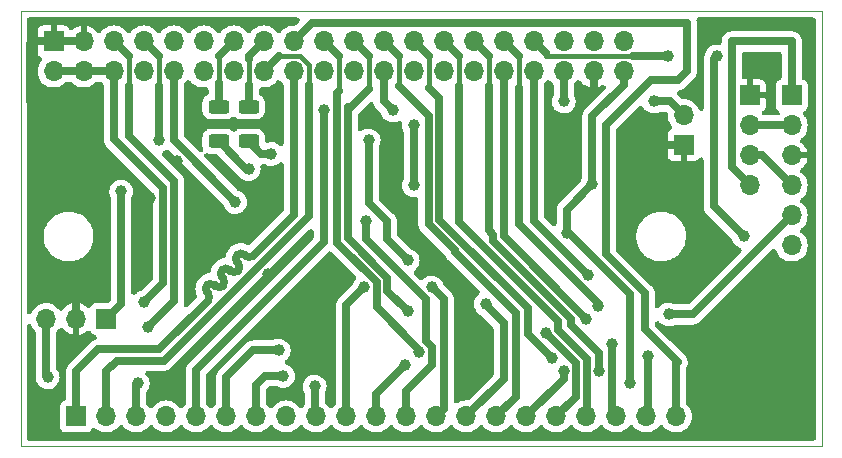
<source format=gbr>
%TF.GenerationSoftware,KiCad,Pcbnew,(6.0.7)*%
%TF.CreationDate,2022-12-20T14:52:23+01:00*%
%TF.ProjectId,bsmce04u-pp_GRBL_mod,62736d63-6530-4347-952d-70705f475242,rev?*%
%TF.SameCoordinates,Original*%
%TF.FileFunction,Copper,L2,Bot*%
%TF.FilePolarity,Positive*%
%FSLAX46Y46*%
G04 Gerber Fmt 4.6, Leading zero omitted, Abs format (unit mm)*
G04 Created by KiCad (PCBNEW (6.0.7)) date 2022-12-20 14:52:23*
%MOMM*%
%LPD*%
G01*
G04 APERTURE LIST*
G04 Aperture macros list*
%AMRoundRect*
0 Rectangle with rounded corners*
0 $1 Rounding radius*
0 $2 $3 $4 $5 $6 $7 $8 $9 X,Y pos of 4 corners*
0 Add a 4 corners polygon primitive as box body*
4,1,4,$2,$3,$4,$5,$6,$7,$8,$9,$2,$3,0*
0 Add four circle primitives for the rounded corners*
1,1,$1+$1,$2,$3*
1,1,$1+$1,$4,$5*
1,1,$1+$1,$6,$7*
1,1,$1+$1,$8,$9*
0 Add four rect primitives between the rounded corners*
20,1,$1+$1,$2,$3,$4,$5,0*
20,1,$1+$1,$4,$5,$6,$7,0*
20,1,$1+$1,$6,$7,$8,$9,0*
20,1,$1+$1,$8,$9,$2,$3,0*%
G04 Aperture macros list end*
%TA.AperFunction,Profile*%
%ADD10C,0.100000*%
%TD*%
%TA.AperFunction,ComponentPad*%
%ADD11R,1.700000X1.700000*%
%TD*%
%TA.AperFunction,ComponentPad*%
%ADD12O,1.700000X1.700000*%
%TD*%
%TA.AperFunction,SMDPad,CuDef*%
%ADD13RoundRect,0.250000X-0.625000X0.312500X-0.625000X-0.312500X0.625000X-0.312500X0.625000X0.312500X0*%
%TD*%
%TA.AperFunction,ViaPad*%
%ADD14C,1.000000*%
%TD*%
%TA.AperFunction,Conductor*%
%ADD15C,0.700000*%
%TD*%
%TA.AperFunction,Conductor*%
%ADD16C,0.440000*%
%TD*%
%TA.AperFunction,Conductor*%
%ADD17C,0.500000*%
%TD*%
%TA.AperFunction,Conductor*%
%ADD18C,0.400000*%
%TD*%
G04 APERTURE END LIST*
D10*
X161544000Y-33020000D02*
X161544000Y-69850000D01*
X93726000Y-69850000D02*
X93726000Y-33020000D01*
X93726000Y-33020000D02*
X161544000Y-33020000D01*
X161544000Y-69850000D02*
X93726000Y-69850000D01*
D11*
%TO.P,J4,1,Pin_1*%
%TO.N,GND*%
X155448000Y-40132000D03*
D12*
%TO.P,J4,2,Pin_2*%
%TO.N,/STlink_SWCLK*%
X155448000Y-42672000D03*
%TO.P,J4,3,Pin_3*%
%TO.N,/STlink_SWDIO*%
X155448000Y-45212000D03*
%TO.P,J4,4,Pin_4*%
%TO.N,/STlink_target3V3*%
X155448000Y-47752000D03*
%TD*%
D11*
%TO.P,J5,1,Pin_1*%
%TO.N,/STlink_target3V3*%
X159004000Y-40132000D03*
D12*
%TO.P,J5,2,Pin_2*%
%TO.N,/STlink_SWCLK*%
X159004000Y-42672000D03*
%TO.P,J5,3,Pin_3*%
%TO.N,GND*%
X159004000Y-45212000D03*
%TO.P,J5,4,Pin_4*%
%TO.N,/STlink_SWDIO*%
X159004000Y-47752000D03*
%TO.P,J5,5,Pin_5*%
%TO.N,/NRST_BP*%
X159004000Y-50292000D03*
%TO.P,J5,6,Pin_6*%
%TO.N,/STlink_SWO*%
X159004000Y-52832000D03*
%TD*%
D11*
%TO.P,J2,1,Pin_1*%
%TO.N,GND*%
X149860000Y-44328000D03*
D12*
%TO.P,J2,2,Pin_2*%
%TO.N,+5V*%
X149860000Y-41788000D03*
%TD*%
D11*
%TO.P,J3,1,Pin_1*%
%TO.N,/NRST_BP*%
X100965000Y-59055000D03*
D12*
%TO.P,J3,2,Pin_2*%
%TO.N,GND*%
X98425000Y-59055000D03*
%TO.P,J3,3,Pin_3*%
%TO.N,/NRST_bsmce04u-pp*%
X95885000Y-59055000D03*
%TD*%
D11*
%TO.P,C_BS1,1,Pin_1*%
%TO.N,/UDB_D+*%
X98425000Y-67305000D03*
D12*
%TO.P,C_BS1,2,Pin_2*%
%TO.N,/UDB_D-*%
X100965000Y-67305000D03*
%TO.P,C_BS1,3,Pin_3*%
%TO.N,/NRST_bsmce04u-pp*%
X103505000Y-67305000D03*
%TO.P,C_BS1,4,Pin_4*%
%TO.N,/Out4*%
X106045000Y-67305000D03*
%TO.P,C_BS1,5,Pin_5*%
%TO.N,/COOLANT_FLOOD_BIT*%
X108585000Y-67305000D03*
%TO.P,C_BS1,6,Pin_6*%
%TO.N,/Out2*%
X111125000Y-67305000D03*
%TO.P,C_BS1,7,Pin_7*%
%TO.N,/Out1*%
X113665000Y-67305000D03*
%TO.P,C_BS1,8,Pin_8*%
%TO.N,/In4*%
X116205000Y-67305000D03*
%TO.P,C_BS1,9,Pin_9*%
%TO.N,/In3*%
X118745000Y-67305000D03*
%TO.P,C_BS1,10,Pin_10*%
%TO.N,/In2*%
X121285000Y-67305000D03*
%TO.P,C_BS1,11,Pin_11*%
%TO.N,/CONTROL_SAFETY_DOOR_BIT*%
X123825000Y-67305000D03*
%TO.P,C_BS1,12,Pin_12*%
%TO.N,/ACM*%
X126365000Y-67305000D03*
%TO.P,C_BS1,13,Pin_13*%
%TO.N,/Motor_enable*%
X128905000Y-67305000D03*
%TO.P,C_BS1,14,Pin_14*%
%TO.N,/X_P*%
X131445000Y-67305000D03*
%TO.P,C_BS1,15,Pin_15*%
%TO.N,/X_D*%
X133985000Y-67305000D03*
%TO.P,C_BS1,16,Pin_16*%
%TO.N,/Y_P*%
X136525000Y-67305000D03*
%TO.P,C_BS1,17,Pin_17*%
%TO.N,/Y_D*%
X139065000Y-67305000D03*
%TO.P,C_BS1,18,Pin_18*%
%TO.N,/Z_P*%
X141605000Y-67305000D03*
%TO.P,C_BS1,19,Pin_19*%
%TO.N,/Z_D*%
X144145000Y-67305000D03*
%TO.P,C_BS1,20,Pin_20*%
%TO.N,/A_P*%
X146685000Y-67305000D03*
%TO.P,C_BS1,21,Pin_21*%
%TO.N,/A_D*%
X149225000Y-67305000D03*
%TD*%
D11*
%TO.P,J1,1,Pin_1*%
%TO.N,GND*%
X96520000Y-35560000D03*
D12*
%TO.P,J1,2,Pin_2*%
X99060000Y-35560000D03*
%TO.P,J1,3,Pin_3*%
%TO.N,+3V3*%
X101600000Y-35560000D03*
%TO.P,J1,4,Pin_4*%
%TO.N,/NRST_BP*%
X104140000Y-35560000D03*
%TO.P,J1,5,Pin_5*%
%TO.N,/B_LIMIT_BIT*%
X106680000Y-35560000D03*
%TO.P,J1,6,Pin_6*%
%TO.N,/C_LIMIT_BIT*%
X109220000Y-35560000D03*
%TO.P,J1,7,Pin_7*%
%TO.N,Net-(J1-Pad7)*%
X111760000Y-35560000D03*
%TO.P,J1,8,Pin_8*%
%TO.N,Net-(J1-Pad8)*%
X114300000Y-35560000D03*
%TO.P,J1,9,Pin_9*%
%TO.N,/A_D*%
X116840000Y-35560000D03*
%TO.P,J1,10,Pin_10*%
%TO.N,/Z_D*%
X119380000Y-35560000D03*
%TO.P,J1,11,Pin_11*%
%TO.N,/Y_D*%
X121920000Y-35560000D03*
%TO.P,J1,12,Pin_12*%
%TO.N,/X_D*%
X124460000Y-35560000D03*
%TO.P,J1,13,Pin_13*%
%TO.N,/A_P*%
X127000000Y-35560000D03*
%TO.P,J1,14,Pin_14*%
%TO.N,/Z_P*%
X129540000Y-35560000D03*
%TO.P,J1,15,Pin_15*%
%TO.N,/Y_P*%
X132080000Y-35560000D03*
%TO.P,J1,16,Pin_16*%
%TO.N,/X_P*%
X134620000Y-35560000D03*
%TO.P,J1,17,Pin_17*%
%TO.N,/HS541_~{OE1}*%
X137160000Y-35560000D03*
%TO.P,J1,18,Pin_18*%
%TO.N,unconnected-(J1-Pad18)*%
X139700000Y-35560000D03*
%TO.P,J1,19,Pin_19*%
%TO.N,unconnected-(J1-Pad19)*%
X142240000Y-35560000D03*
%TO.P,J1,20,Pin_20*%
%TO.N,/VBAT*%
X144780000Y-35560000D03*
%TO.P,J1,21,Pin_21*%
%TO.N,+3V3*%
X144780000Y-38100000D03*
%TO.P,J1,22,Pin_22*%
%TO.N,GND*%
X142240000Y-38100000D03*
%TO.P,J1,23,Pin_23*%
%TO.N,+5V*%
X139700000Y-38100000D03*
%TO.P,J1,24,Pin_24*%
%TO.N,/In2*%
X137160000Y-38100000D03*
%TO.P,J1,25,Pin_25*%
%TO.N,/CONTROL_SAFETY_DOOR_BIT*%
X134620000Y-38100000D03*
%TO.P,J1,26,Pin_26*%
%TO.N,/CONTROL_CYCLE_START_BIT*%
X132080000Y-38100000D03*
%TO.P,J1,27,Pin_27*%
%TO.N,/CONTROL_FEED_HOLD_BIT*%
X129540000Y-38100000D03*
%TO.P,J1,28,Pin_28*%
%TO.N,/CONTROL_RESET_BIT*%
X127000000Y-38100000D03*
%TO.P,J1,29,Pin_29*%
%TO.N,/COOLANT_FLOOD_BIT*%
X124460000Y-38100000D03*
%TO.P,J1,30,Pin_30*%
%TO.N,/COOLANT_MIST_BIT*%
X121920000Y-38100000D03*
%TO.P,J1,31,Pin_31*%
%TO.N,/STEPPERS_DISABLE_BIT*%
X119380000Y-38100000D03*
%TO.P,J1,32,Pin_32*%
%TO.N,/UDB_D+*%
X116840000Y-38100000D03*
%TO.P,J1,33,Pin_33*%
%TO.N,/UDB_D-*%
X114300000Y-38100000D03*
%TO.P,J1,34,Pin_34*%
%TO.N,/B_DIRECTION_BIT*%
X111760000Y-38100000D03*
%TO.P,J1,35,Pin_35*%
%TO.N,/B_STEP_BIT*%
X109220000Y-38100000D03*
%TO.P,J1,36,Pin_36*%
%TO.N,/ACM*%
X106680000Y-38100000D03*
%TO.P,J1,37,Pin_37*%
%TO.N,/A_LIMIT_BIT*%
X104140000Y-38100000D03*
%TO.P,J1,38,Pin_38*%
%TO.N,/In3*%
X101600000Y-38100000D03*
%TO.P,J1,39,Pin_39*%
X99060000Y-38100000D03*
%TO.P,J1,40,Pin_40*%
X96520000Y-38100000D03*
%TD*%
D13*
%TO.P,R3,1*%
%TO.N,Net-(J1-Pad7)*%
X110490000Y-41082500D03*
%TO.P,R3,2*%
%TO.N,/SPINDLE_ENABLE_BIT*%
X110490000Y-44007500D03*
%TD*%
%TO.P,R6,1*%
%TO.N,Net-(J1-Pad8)*%
X113030000Y-41082500D03*
%TO.P,R6,2*%
%TO.N,/SPINDLE_DIRECTION_BIT*%
X113030000Y-44007500D03*
%TD*%
D14*
%TO.N,/NRST_bsmce04u-pp*%
X96012000Y-64008000D03*
X103632000Y-64516000D03*
%TO.N,/COOLANT_FLOOD_BIT*%
X125222000Y-41402000D03*
X119380000Y-41402000D03*
%TO.N,/Out2*%
X115570000Y-61722000D03*
%TO.N,/Out1*%
X115951000Y-63881000D03*
%TO.N,/In3*%
X104155425Y-57658000D03*
X118618000Y-64770000D03*
%TO.N,/In2*%
X122809000Y-56388000D03*
X141732000Y-55338500D03*
%TO.N,/CONTROL_SAFETY_DOOR_BIT*%
X126238000Y-62992000D03*
X141605000Y-59055000D03*
%TO.N,/ACM*%
X111887000Y-49149000D03*
X122936000Y-50800000D03*
%TO.N,/X_P*%
X142599578Y-57945500D03*
X133096000Y-57785000D03*
%TO.N,/Y_P*%
X139700000Y-63500000D03*
X142698501Y-63500000D03*
%TO.N,/Y_D*%
X138176000Y-60217451D03*
X126492000Y-58420000D03*
%TO.N,/Z_D*%
X143764000Y-61180500D03*
X127453879Y-61882097D03*
%TO.N,/A_P*%
X146812000Y-62230000D03*
X138684000Y-62357000D03*
%TO.N,GND*%
X114679485Y-55243485D03*
X115443000Y-58928000D03*
X104635300Y-48780700D03*
X100076000Y-56388000D03*
X147320000Y-43180000D03*
X156464000Y-37084000D03*
X140462000Y-45974000D03*
X151892000Y-34290000D03*
X108204000Y-42418000D03*
X150114000Y-56388000D03*
X158496000Y-67310000D03*
X97536000Y-45466000D03*
X106953891Y-45700109D03*
X125476000Y-43434000D03*
X131826000Y-62992000D03*
X159004000Y-56642000D03*
%TO.N,+3V3*%
X139954000Y-51816000D03*
X104522277Y-59691753D03*
X142128700Y-47625000D03*
X145288000Y-64516000D03*
%TO.N,/NRST_BP*%
X123190000Y-43942000D03*
X102235000Y-48260000D03*
X126492000Y-54102000D03*
X105410000Y-43942000D03*
X148590000Y-58674000D03*
%TO.N,/SPINDLE_ENABLE_BIT*%
X113030000Y-46355000D03*
%TO.N,/SPINDLE_DIRECTION_BIT*%
X114935000Y-45085000D03*
%TO.N,/Motor_enable*%
X128524000Y-56388000D03*
%TO.N,+5V*%
X139700000Y-40640000D03*
X147320000Y-40640000D03*
%TO.N,Net-(R7-Pad2)*%
X127000000Y-47752000D03*
X127000000Y-42672000D03*
%TO.N,/HS541_~{OE1}*%
X148556500Y-36830000D03*
X152654000Y-36830000D03*
X154940000Y-52070000D03*
%TD*%
D15*
%TO.N,/UDB_D+*%
X111421106Y-54896328D02*
X111421106Y-54896327D01*
X110855418Y-56239831D02*
X110855418Y-56239830D01*
X109582624Y-56876228D02*
X109511914Y-56805518D01*
X116840000Y-50255248D02*
X116840000Y-38100000D01*
X98425000Y-67305000D02*
X98425000Y-63500000D01*
X112693900Y-53623533D02*
X112764611Y-53694244D01*
X110148312Y-56169121D02*
X110219023Y-56239832D01*
X110148312Y-56169122D02*
X110148312Y-56169121D01*
X112128212Y-54330640D02*
X112057502Y-54259930D01*
X110855418Y-55603434D02*
X110784708Y-55532724D01*
X98425000Y-63500000D02*
X100297000Y-61628000D01*
X111421106Y-54896327D02*
X111491817Y-54967038D01*
X113401006Y-53694243D02*
X116840000Y-50255248D01*
X112128213Y-54967038D02*
X112128212Y-54967037D01*
X112128212Y-54967037D02*
X112128212Y-54967036D01*
X105467248Y-61628000D02*
X109582624Y-57512624D01*
X112693900Y-53623534D02*
X112693900Y-53623533D01*
X110855419Y-56239832D02*
X110855418Y-56239831D01*
X100297000Y-61628000D02*
X105467248Y-61628000D01*
X113401007Y-53694244D02*
X113401006Y-53694243D01*
X112693899Y-53623535D02*
G75*
G03*
X112057503Y-53623535I-318198J-318196D01*
G01*
X109582650Y-56876202D02*
G75*
G02*
X109582624Y-57512624I-318250J-318198D01*
G01*
X112128250Y-54330602D02*
G75*
G02*
X112128212Y-54967036I-318250J-318198D01*
G01*
X110855418Y-56239831D02*
G75*
G02*
X110219024Y-56239831I-318197J318197D01*
G01*
X112128212Y-54967037D02*
G75*
G02*
X111491818Y-54967037I-318197J318197D01*
G01*
X109511894Y-56169102D02*
G75*
G03*
X109511914Y-56805518I318206J-318198D01*
G01*
X112057470Y-53623502D02*
G75*
G03*
X112057502Y-54259930I318230J-318198D01*
G01*
X111421105Y-54896329D02*
G75*
G03*
X110784709Y-54896329I-318198J-318196D01*
G01*
X110784682Y-54896302D02*
G75*
G03*
X110784708Y-55532724I318218J-318198D01*
G01*
X113401006Y-53694243D02*
G75*
G02*
X112764612Y-53694243I-318197J318197D01*
G01*
X110855450Y-55603402D02*
G75*
G02*
X110855418Y-56239830I-318250J-318198D01*
G01*
X110148311Y-56169123D02*
G75*
G03*
X109511915Y-56169123I-318198J-318196D01*
G01*
%TO.N,/UDB_D-*%
X114300000Y-38100000D02*
X115570000Y-36830000D01*
X118110000Y-39243000D02*
X118110000Y-50328752D01*
D16*
X117366052Y-36830000D02*
X118110000Y-37573948D01*
X115570000Y-36830000D02*
X117366052Y-36830000D01*
X118110000Y-37573948D02*
X118110000Y-39243000D01*
D15*
X105860752Y-62578000D02*
X101854000Y-62578000D01*
X118110000Y-50328752D02*
X105860752Y-62578000D01*
X101854000Y-62578000D02*
X100965000Y-63467000D01*
X100965000Y-63467000D02*
X100965000Y-67305000D01*
%TO.N,/NRST_bsmce04u-pp*%
X95885000Y-63881000D02*
X96012000Y-64008000D01*
X103505000Y-64643000D02*
X103632000Y-64516000D01*
X95885000Y-59055000D02*
X95885000Y-63881000D01*
X103505000Y-67305000D02*
X103505000Y-64643000D01*
%TO.N,/COOLANT_FLOOD_BIT*%
X119380000Y-52578000D02*
X119380000Y-41402000D01*
X124460000Y-40640000D02*
X125222000Y-41402000D01*
X124460000Y-38100000D02*
X124460000Y-40640000D01*
X108585000Y-63373000D02*
X119380000Y-52578000D01*
X108585000Y-67305000D02*
X108585000Y-63373000D01*
%TO.N,/Out2*%
X111125000Y-67305000D02*
X111125000Y-64008000D01*
X111125000Y-64008000D02*
X113411000Y-61722000D01*
X113411000Y-61722000D02*
X115570000Y-61722000D01*
%TO.N,/Out1*%
X114427000Y-63881000D02*
X113665000Y-64643000D01*
X115951000Y-63881000D02*
X114427000Y-63881000D01*
X113665000Y-64643000D02*
X113665000Y-67305000D01*
%TO.N,/In3*%
X118618000Y-64770000D02*
X118618000Y-67178000D01*
X101600000Y-43815000D02*
X105791000Y-48006000D01*
X118618000Y-67178000D02*
X118745000Y-67305000D01*
X101600000Y-38100000D02*
X101600000Y-43815000D01*
X105791000Y-48006000D02*
X105791000Y-56022425D01*
X105791000Y-56022425D02*
X104155425Y-57658000D01*
X96520000Y-38100000D02*
X101600000Y-38100000D01*
%TO.N,/In2*%
X121285000Y-67305000D02*
X121285000Y-57912000D01*
X137160000Y-50766500D02*
X141732000Y-55338500D01*
X121285000Y-57912000D02*
X122809000Y-56388000D01*
X137160000Y-38100000D02*
X137160000Y-50766500D01*
%TO.N,/CONTROL_SAFETY_DOOR_BIT*%
X123825000Y-67305000D02*
X123825000Y-65405000D01*
X134620000Y-52067017D02*
X141605000Y-59052017D01*
X134620000Y-38100000D02*
X134620000Y-52067017D01*
X123825000Y-65405000D02*
X126238000Y-62992000D01*
X141605000Y-59052017D02*
X141605000Y-59055000D01*
%TO.N,/ACM*%
X106680000Y-38100000D02*
X106680000Y-43942000D01*
X122936000Y-50800000D02*
X122936000Y-52324000D01*
X128016000Y-57404000D02*
X128016000Y-60960000D01*
X122936000Y-52324000D02*
X128016000Y-57404000D01*
X106680000Y-43942000D02*
X111887000Y-49149000D01*
X128524000Y-61468000D02*
X128524000Y-62992000D01*
X126365000Y-65151000D02*
X126365000Y-67305000D01*
X128524000Y-62992000D02*
X126365000Y-65151000D01*
X128016000Y-60960000D02*
X128524000Y-61468000D01*
%TO.N,/X_P*%
X134620000Y-59436000D02*
X134620000Y-64130000D01*
D16*
X135890000Y-39497000D02*
X135890000Y-36830000D01*
D15*
X133096000Y-57912000D02*
X134620000Y-59436000D01*
X134620000Y-64130000D02*
X131445000Y-67305000D01*
X135890000Y-51014218D02*
X142660782Y-57785000D01*
X134620000Y-35560000D02*
X135890000Y-36830000D01*
X133096000Y-57785000D02*
X133096000Y-57912000D01*
X135890000Y-39497000D02*
X135890000Y-51014218D01*
%TO.N,/X_D*%
X124460000Y-35560000D02*
X125730000Y-36830000D01*
D16*
X125730000Y-36830000D02*
X125730000Y-37211000D01*
D15*
X130473001Y-53381915D02*
X135636000Y-58544914D01*
X125730000Y-39370000D02*
X128259499Y-41899499D01*
X135636000Y-65654000D02*
X133985000Y-67305000D01*
X135636000Y-58544914D02*
X135636000Y-65654000D01*
X128259499Y-41899499D02*
X128259499Y-51041413D01*
X130473001Y-53254914D02*
X130473001Y-53381915D01*
D16*
X125730000Y-37211000D02*
X125730000Y-39370000D01*
D15*
X128259499Y-51041413D02*
X130473001Y-53254914D01*
%TO.N,/Y_P*%
X140335000Y-59563000D02*
X142698501Y-61926501D01*
X136525000Y-67305000D02*
X139700000Y-64130000D01*
X133350000Y-51561999D02*
X133720499Y-51932499D01*
X133350000Y-39370000D02*
X133350000Y-51561999D01*
X132080000Y-35560000D02*
X133350000Y-36830000D01*
X140335000Y-59054103D02*
X140335000Y-59563000D01*
D16*
X133350000Y-36830000D02*
X133350000Y-37465000D01*
X133350000Y-37465000D02*
X133350000Y-39370000D01*
D15*
X142698501Y-61926501D02*
X142698501Y-63500000D01*
X133720499Y-52439602D02*
X140335000Y-59054103D01*
X139700000Y-64130000D02*
X139700000Y-63500000D01*
X133720499Y-51932499D02*
X133720499Y-52439602D01*
D16*
%TO.N,/Y_D*%
X123190000Y-36830000D02*
X123190000Y-37211000D01*
X123190000Y-39497000D02*
X123190000Y-39624000D01*
X123190000Y-37211000D02*
X123190000Y-39497000D01*
D15*
X140749500Y-62790951D02*
X140749500Y-65620500D01*
X124758001Y-56686001D02*
X124758001Y-55580697D01*
X124758001Y-55580697D02*
X121412000Y-52234696D01*
X121666000Y-41148000D02*
X123190000Y-39624000D01*
X140749500Y-65620500D02*
X139065000Y-67305000D01*
X126492000Y-58420000D02*
X124758001Y-56686001D01*
X121412000Y-41148000D02*
X121666000Y-41148000D01*
X121920000Y-35560000D02*
X123190000Y-36830000D01*
X121412000Y-52234696D02*
X121412000Y-41148000D01*
X138176000Y-60217451D02*
X140749500Y-62790951D01*
%TO.N,/Z_P*%
X141649001Y-62401001D02*
X141649001Y-67260999D01*
X129540000Y-35560000D02*
X130810000Y-36830000D01*
X139225500Y-59216689D02*
X139225500Y-59977500D01*
X130810000Y-50801189D02*
X139225500Y-59216689D01*
X141649001Y-67260999D02*
X141605000Y-67305000D01*
D16*
X130810000Y-36830000D02*
X130810000Y-39370000D01*
D15*
X139225500Y-59977500D02*
X141649001Y-62401001D01*
X130810000Y-39370000D02*
X130810000Y-50801189D01*
%TO.N,/Z_D*%
X123858500Y-58074587D02*
X127453879Y-61669966D01*
X120512499Y-39888501D02*
X120512499Y-52607282D01*
D16*
X120650000Y-36830000D02*
X120650000Y-37465000D01*
D15*
X143764000Y-66924000D02*
X144145000Y-67305000D01*
X123858500Y-55953282D02*
X123858500Y-58074587D01*
X120650000Y-39751000D02*
X120512499Y-39888501D01*
X127453879Y-61669966D02*
X127453879Y-61882097D01*
X119380000Y-35560000D02*
X120650000Y-36830000D01*
D16*
X120650000Y-37465000D02*
X120650000Y-39116000D01*
X120650000Y-39116000D02*
X120650000Y-39751000D01*
D15*
X120512499Y-52607282D02*
X123858500Y-55953282D01*
X143764000Y-61180500D02*
X143764000Y-66924000D01*
D16*
%TO.N,/A_P*%
X128270000Y-36830000D02*
X128270000Y-39497000D01*
D15*
X128270000Y-39497000D02*
X129159000Y-40386000D01*
X136652000Y-58161827D02*
X136652000Y-60325000D01*
X146812000Y-62230000D02*
X146812000Y-67178000D01*
X129159000Y-50668828D02*
X136652000Y-58161827D01*
X136652000Y-60325000D02*
X138684000Y-62357000D01*
X146812000Y-67178000D02*
X146685000Y-67305000D01*
X127000000Y-35560000D02*
X128270000Y-36830000D01*
X129159000Y-40386000D02*
X129159000Y-50668828D01*
%TO.N,/A_D*%
X150114000Y-34036000D02*
X150114000Y-38100000D01*
X118364000Y-34036000D02*
X150114000Y-34036000D01*
X147066000Y-38862000D02*
X143256000Y-42672000D01*
X143256000Y-53594000D02*
X146558000Y-56896000D01*
X116840000Y-35560000D02*
X118364000Y-34036000D01*
X143256000Y-42672000D02*
X143256000Y-53594000D01*
X146558000Y-56896000D02*
X146558000Y-59944000D01*
X149352000Y-38862000D02*
X147066000Y-38862000D01*
X149352000Y-62738000D02*
X149225000Y-62865000D01*
X150114000Y-38100000D02*
X149352000Y-38862000D01*
X149225000Y-62865000D02*
X149225000Y-67305000D01*
X146558000Y-59944000D02*
X149352000Y-62738000D01*
%TO.N,GND*%
X99288600Y-43434000D02*
X104635300Y-48780700D01*
X140208000Y-42164000D02*
X140208000Y-45720000D01*
X142240000Y-38100000D02*
X142240000Y-40132000D01*
X100076000Y-56388000D02*
X98425000Y-56388000D01*
X94488000Y-35814000D02*
X94488000Y-40640000D01*
X94488000Y-40640000D02*
X97282000Y-43434000D01*
X96520000Y-35560000D02*
X99060000Y-35560000D01*
X148468000Y-44328000D02*
X147320000Y-43180000D01*
X98425000Y-56388000D02*
X98425000Y-59055000D01*
D17*
X140716000Y-45974000D02*
X140462000Y-45974000D01*
D15*
X94742000Y-35560000D02*
X96520000Y-35560000D01*
X149860000Y-44328000D02*
X148468000Y-44328000D01*
X94488000Y-35814000D02*
X94742000Y-35560000D01*
X140208000Y-45720000D02*
X140462000Y-45974000D01*
X142240000Y-40132000D02*
X140208000Y-42164000D01*
X97282000Y-43434000D02*
X99288600Y-43434000D01*
%TO.N,+3V3*%
X142128700Y-41910000D02*
X144780000Y-39258700D01*
X144780000Y-38100000D02*
X144780000Y-39258700D01*
X106714623Y-57499407D02*
X104522277Y-59691753D01*
X142128700Y-41910000D02*
X142128700Y-47625000D01*
D16*
X102870000Y-36830000D02*
X102870000Y-39370000D01*
D15*
X145288000Y-56935782D02*
X140168218Y-51816000D01*
X102870000Y-43561000D02*
X106714623Y-47405623D01*
X145288000Y-64516000D02*
X145288000Y-56935782D01*
X102870000Y-39370000D02*
X102870000Y-43561000D01*
X140168218Y-51816000D02*
X139954000Y-51816000D01*
X106714623Y-47405623D02*
X106714623Y-57499407D01*
X139954000Y-51816000D02*
X139954000Y-49799700D01*
X139954000Y-49799700D02*
X142128700Y-47625000D01*
X101600000Y-35560000D02*
X102870000Y-36830000D01*
%TO.N,/NRST_BP*%
X150622000Y-58674000D02*
X159004000Y-50292000D01*
X123190000Y-43942000D02*
X123190000Y-48768000D01*
X102235000Y-57785000D02*
X100965000Y-59055000D01*
X123190000Y-48768000D02*
X123190000Y-49276000D01*
X105410000Y-39370000D02*
X105410000Y-43942000D01*
D16*
X105410000Y-36830000D02*
X105410000Y-39370000D01*
D15*
X124714000Y-50800000D02*
X124714000Y-52324000D01*
X104140000Y-35560000D02*
X105410000Y-36830000D01*
X123190000Y-49276000D02*
X124714000Y-50800000D01*
X148590000Y-58674000D02*
X150622000Y-58674000D01*
X124714000Y-52324000D02*
X126492000Y-54102000D01*
X102235000Y-48260000D02*
X102235000Y-57785000D01*
%TO.N,/SPINDLE_ENABLE_BIT*%
X110490000Y-44007500D02*
X112837500Y-46355000D01*
X112837500Y-46355000D02*
X113030000Y-46355000D01*
%TO.N,/SPINDLE_DIRECTION_BIT*%
X114107500Y-45085000D02*
X114935000Y-45085000D01*
X113030000Y-44007500D02*
X114107500Y-45085000D01*
%TO.N,/Motor_enable*%
X129540000Y-66670000D02*
X128905000Y-67305000D01*
X129540000Y-57404000D02*
X129540000Y-66670000D01*
X128524000Y-56388000D02*
X129540000Y-57404000D01*
%TO.N,+5V*%
X139700000Y-38100000D02*
X139700000Y-40640000D01*
X148712000Y-40640000D02*
X149860000Y-41788000D01*
X147320000Y-40640000D02*
X148712000Y-40640000D01*
%TO.N,Net-(J1-Pad7)*%
X110490000Y-41082500D02*
X110490000Y-39116000D01*
X111760000Y-35560000D02*
X110490000Y-36830000D01*
D18*
X110490000Y-36830000D02*
X110490000Y-39116000D01*
D16*
%TO.N,Net-(J1-Pad8)*%
X113030000Y-37084000D02*
X113030000Y-39243000D01*
D15*
X114300000Y-35560000D02*
X113030000Y-36830000D01*
X113030000Y-41082500D02*
X113030000Y-39243000D01*
X113030000Y-36830000D02*
X113030000Y-37084000D01*
%TO.N,Net-(R7-Pad2)*%
X127000000Y-42672000D02*
X127000000Y-47752000D01*
%TO.N,/HS541_~{OE1}*%
X154940000Y-52070000D02*
X152400000Y-49530000D01*
D16*
X138684000Y-36830000D02*
X145542000Y-36830000D01*
X138430000Y-36830000D02*
X138684000Y-36830000D01*
X138176000Y-36576000D02*
X138176000Y-36830000D01*
D15*
X152400000Y-37084000D02*
X152654000Y-36830000D01*
X137160000Y-35560000D02*
X138176000Y-36576000D01*
X152400000Y-49530000D02*
X152400000Y-37084000D01*
D16*
X138176000Y-36576000D02*
X138430000Y-36830000D01*
D15*
X145542000Y-36830000D02*
X148556500Y-36830000D01*
%TO.N,/STlink_SWCLK*%
X155448000Y-42672000D02*
X159004000Y-42672000D01*
%TO.N,/STlink_SWDIO*%
X155448000Y-45212000D02*
X156464000Y-45212000D01*
X156464000Y-45212000D02*
X159004000Y-47752000D01*
%TO.N,/STlink_target3V3*%
X153924000Y-35560000D02*
X159004000Y-35560000D01*
X153924000Y-46228000D02*
X153924000Y-35560000D01*
X159004000Y-35560000D02*
X159004000Y-40132000D01*
X155448000Y-47752000D02*
X153924000Y-46228000D01*
%TD*%
%TA.AperFunction,Conductor*%
%TO.N,GND*%
G36*
X117227037Y-33539866D02*
G01*
X117302392Y-33594615D01*
X117348965Y-33675280D01*
X117358701Y-33767914D01*
X117329918Y-33856500D01*
X117294320Y-33902892D01*
X117054432Y-34142780D01*
X116976314Y-34193510D01*
X116876516Y-34207535D01*
X116849749Y-34205193D01*
X116849738Y-34205193D01*
X116840000Y-34204341D01*
X116830262Y-34205193D01*
X116614328Y-34224085D01*
X116614326Y-34224085D01*
X116604592Y-34224937D01*
X116595156Y-34227465D01*
X116595152Y-34227466D01*
X116394279Y-34281289D01*
X116376337Y-34286097D01*
X116162171Y-34385965D01*
X115968599Y-34521505D01*
X115801505Y-34688599D01*
X115761079Y-34746334D01*
X115753490Y-34757172D01*
X115685369Y-34820696D01*
X115597299Y-34851021D01*
X115504509Y-34842903D01*
X115423043Y-34797746D01*
X115386510Y-34757172D01*
X115378921Y-34746334D01*
X115338495Y-34688599D01*
X115171401Y-34521505D01*
X114977830Y-34385965D01*
X114763663Y-34286097D01*
X114745721Y-34281289D01*
X114544848Y-34227466D01*
X114544844Y-34227465D01*
X114535408Y-34224937D01*
X114525674Y-34224085D01*
X114525672Y-34224085D01*
X114309738Y-34205193D01*
X114300000Y-34204341D01*
X114290262Y-34205193D01*
X114074328Y-34224085D01*
X114074326Y-34224085D01*
X114064592Y-34224937D01*
X114055156Y-34227465D01*
X114055152Y-34227466D01*
X113854279Y-34281289D01*
X113836337Y-34286097D01*
X113622171Y-34385965D01*
X113428599Y-34521505D01*
X113261505Y-34688599D01*
X113221079Y-34746334D01*
X113213490Y-34757172D01*
X113145369Y-34820696D01*
X113057299Y-34851021D01*
X112964509Y-34842903D01*
X112883043Y-34797746D01*
X112846510Y-34757172D01*
X112838921Y-34746334D01*
X112798495Y-34688599D01*
X112631401Y-34521505D01*
X112437830Y-34385965D01*
X112223663Y-34286097D01*
X112205721Y-34281289D01*
X112004848Y-34227466D01*
X112004844Y-34227465D01*
X111995408Y-34224937D01*
X111985674Y-34224085D01*
X111985672Y-34224085D01*
X111769738Y-34205193D01*
X111760000Y-34204341D01*
X111750262Y-34205193D01*
X111534328Y-34224085D01*
X111534326Y-34224085D01*
X111524592Y-34224937D01*
X111515156Y-34227465D01*
X111515152Y-34227466D01*
X111314279Y-34281289D01*
X111296337Y-34286097D01*
X111082171Y-34385965D01*
X110888599Y-34521505D01*
X110721505Y-34688599D01*
X110681079Y-34746334D01*
X110673490Y-34757172D01*
X110605369Y-34820696D01*
X110517299Y-34851021D01*
X110424509Y-34842903D01*
X110343043Y-34797746D01*
X110306510Y-34757172D01*
X110298921Y-34746334D01*
X110258495Y-34688599D01*
X110091401Y-34521505D01*
X109897830Y-34385965D01*
X109683663Y-34286097D01*
X109665721Y-34281289D01*
X109464848Y-34227466D01*
X109464844Y-34227465D01*
X109455408Y-34224937D01*
X109445674Y-34224085D01*
X109445672Y-34224085D01*
X109229738Y-34205193D01*
X109220000Y-34204341D01*
X109210262Y-34205193D01*
X108994328Y-34224085D01*
X108994326Y-34224085D01*
X108984592Y-34224937D01*
X108975156Y-34227465D01*
X108975152Y-34227466D01*
X108774279Y-34281289D01*
X108756337Y-34286097D01*
X108542171Y-34385965D01*
X108348599Y-34521505D01*
X108181505Y-34688599D01*
X108141079Y-34746334D01*
X108133490Y-34757172D01*
X108065369Y-34820696D01*
X107977299Y-34851021D01*
X107884509Y-34842903D01*
X107803043Y-34797746D01*
X107766510Y-34757172D01*
X107758921Y-34746334D01*
X107718495Y-34688599D01*
X107551401Y-34521505D01*
X107357830Y-34385965D01*
X107143663Y-34286097D01*
X107125721Y-34281289D01*
X106924848Y-34227466D01*
X106924844Y-34227465D01*
X106915408Y-34224937D01*
X106905674Y-34224085D01*
X106905672Y-34224085D01*
X106689738Y-34205193D01*
X106680000Y-34204341D01*
X106670262Y-34205193D01*
X106454328Y-34224085D01*
X106454326Y-34224085D01*
X106444592Y-34224937D01*
X106435156Y-34227465D01*
X106435152Y-34227466D01*
X106234279Y-34281289D01*
X106216337Y-34286097D01*
X106002171Y-34385965D01*
X105808599Y-34521505D01*
X105641505Y-34688599D01*
X105601079Y-34746334D01*
X105593490Y-34757172D01*
X105525369Y-34820696D01*
X105437299Y-34851021D01*
X105344509Y-34842903D01*
X105263043Y-34797746D01*
X105226510Y-34757172D01*
X105218921Y-34746334D01*
X105178495Y-34688599D01*
X105011401Y-34521505D01*
X104817830Y-34385965D01*
X104603663Y-34286097D01*
X104585721Y-34281289D01*
X104384848Y-34227466D01*
X104384844Y-34227465D01*
X104375408Y-34224937D01*
X104365674Y-34224085D01*
X104365672Y-34224085D01*
X104149738Y-34205193D01*
X104140000Y-34204341D01*
X104130262Y-34205193D01*
X103914328Y-34224085D01*
X103914326Y-34224085D01*
X103904592Y-34224937D01*
X103895156Y-34227465D01*
X103895152Y-34227466D01*
X103694279Y-34281289D01*
X103676337Y-34286097D01*
X103462171Y-34385965D01*
X103268599Y-34521505D01*
X103101505Y-34688599D01*
X103061079Y-34746334D01*
X103053490Y-34757172D01*
X102985369Y-34820696D01*
X102897299Y-34851021D01*
X102804509Y-34842903D01*
X102723043Y-34797746D01*
X102686510Y-34757172D01*
X102678921Y-34746334D01*
X102638495Y-34688599D01*
X102471401Y-34521505D01*
X102277830Y-34385965D01*
X102063663Y-34286097D01*
X102045721Y-34281289D01*
X101844848Y-34227466D01*
X101844844Y-34227465D01*
X101835408Y-34224937D01*
X101825674Y-34224085D01*
X101825672Y-34224085D01*
X101609738Y-34205193D01*
X101600000Y-34204341D01*
X101590262Y-34205193D01*
X101374328Y-34224085D01*
X101374326Y-34224085D01*
X101364592Y-34224937D01*
X101355156Y-34227465D01*
X101355152Y-34227466D01*
X101154279Y-34281289D01*
X101136337Y-34286097D01*
X100922171Y-34385965D01*
X100728599Y-34521505D01*
X100561505Y-34688599D01*
X100522084Y-34744899D01*
X100519615Y-34748425D01*
X100451493Y-34811950D01*
X100363424Y-34842275D01*
X100270633Y-34834157D01*
X100189167Y-34789000D01*
X100148053Y-34741622D01*
X100144614Y-34736307D01*
X100133428Y-34721781D01*
X99995517Y-34570220D01*
X99982111Y-34557718D01*
X99821296Y-34430715D01*
X99806033Y-34420574D01*
X99626636Y-34321542D01*
X99609915Y-34314026D01*
X99416749Y-34245622D01*
X99399033Y-34240942D01*
X99337177Y-34229924D01*
X99317717Y-34230569D01*
X99314000Y-34243445D01*
X99314000Y-35590000D01*
X99294634Y-35681109D01*
X99239885Y-35756464D01*
X99159220Y-35803037D01*
X99090000Y-35814000D01*
X95185545Y-35814000D01*
X95165151Y-35818335D01*
X95163711Y-35820829D01*
X95162001Y-35831626D01*
X95162001Y-36452030D01*
X95162655Y-36464114D01*
X95167231Y-36506239D01*
X95173679Y-36533360D01*
X95214229Y-36641526D01*
X95229396Y-36669228D01*
X95297524Y-36760132D01*
X95319868Y-36782476D01*
X95410770Y-36850603D01*
X95438585Y-36865832D01*
X95509199Y-36926573D01*
X95549003Y-37010784D01*
X95551114Y-37103904D01*
X95515167Y-37189833D01*
X95489402Y-37220702D01*
X95481505Y-37228599D01*
X95345965Y-37422171D01*
X95246097Y-37636337D01*
X95243566Y-37645783D01*
X95189919Y-37846000D01*
X95184937Y-37864592D01*
X95164341Y-38100000D01*
X95165193Y-38109738D01*
X95183370Y-38317493D01*
X95184937Y-38335408D01*
X95187465Y-38344844D01*
X95187466Y-38344848D01*
X95198284Y-38385221D01*
X95246097Y-38563663D01*
X95345965Y-38777829D01*
X95481505Y-38971401D01*
X95648599Y-39138495D01*
X95842170Y-39274035D01*
X96056337Y-39373903D01*
X96065783Y-39376434D01*
X96275152Y-39432534D01*
X96275156Y-39432535D01*
X96284592Y-39435063D01*
X96294326Y-39435915D01*
X96294328Y-39435915D01*
X96510262Y-39454807D01*
X96520000Y-39455659D01*
X96529738Y-39454807D01*
X96745672Y-39435915D01*
X96745674Y-39435915D01*
X96755408Y-39435063D01*
X96764844Y-39432535D01*
X96764848Y-39432534D01*
X96974217Y-39376434D01*
X96983663Y-39373903D01*
X97197830Y-39274035D01*
X97391401Y-39138495D01*
X97513788Y-39016108D01*
X97591906Y-38965378D01*
X97672180Y-38950500D01*
X97907820Y-38950500D01*
X97998929Y-38969866D01*
X98066212Y-39016108D01*
X98188599Y-39138495D01*
X98382170Y-39274035D01*
X98596337Y-39373903D01*
X98605783Y-39376434D01*
X98815152Y-39432534D01*
X98815156Y-39432535D01*
X98824592Y-39435063D01*
X98834326Y-39435915D01*
X98834328Y-39435915D01*
X99050262Y-39454807D01*
X99060000Y-39455659D01*
X99069738Y-39454807D01*
X99285672Y-39435915D01*
X99285674Y-39435915D01*
X99295408Y-39435063D01*
X99304844Y-39432535D01*
X99304848Y-39432534D01*
X99514217Y-39376434D01*
X99523663Y-39373903D01*
X99737830Y-39274035D01*
X99931401Y-39138495D01*
X100053788Y-39016108D01*
X100131906Y-38965378D01*
X100212180Y-38950500D01*
X100447820Y-38950500D01*
X100538929Y-38969866D01*
X100606212Y-39016108D01*
X100683892Y-39093788D01*
X100734622Y-39171906D01*
X100749500Y-39252180D01*
X100749500Y-43769833D01*
X100748714Y-43788577D01*
X100744740Y-43835902D01*
X100753084Y-43898436D01*
X100755221Y-43914452D01*
X100755879Y-43919886D01*
X100762006Y-43976283D01*
X100764442Y-43998709D01*
X100767791Y-44008661D01*
X100769180Y-44019069D01*
X100773329Y-44030469D01*
X100773330Y-44030472D01*
X100796293Y-44093563D01*
X100798102Y-44098726D01*
X100823383Y-44173848D01*
X100828791Y-44182848D01*
X100832382Y-44192715D01*
X100838879Y-44202952D01*
X100838883Y-44202961D01*
X100874851Y-44259637D01*
X100877726Y-44264291D01*
X100918557Y-44332244D01*
X100925101Y-44339164D01*
X100926476Y-44340982D01*
X100931398Y-44348738D01*
X100935183Y-44352972D01*
X100987739Y-44405528D01*
X100992099Y-44410012D01*
X101045524Y-44466507D01*
X101053495Y-44471924D01*
X101061778Y-44479567D01*
X102990852Y-46408640D01*
X104874892Y-48292680D01*
X104925622Y-48370798D01*
X104940500Y-48451072D01*
X104940500Y-55577352D01*
X104921134Y-55668461D01*
X104874892Y-55735744D01*
X103969336Y-56641301D01*
X103891219Y-56692031D01*
X103874193Y-56697794D01*
X103778818Y-56725864D01*
X103769115Y-56730937D01*
X103769114Y-56730937D01*
X103615450Y-56811271D01*
X103604937Y-56816767D01*
X103452025Y-56939711D01*
X103450217Y-56937462D01*
X103387575Y-56977213D01*
X103295429Y-56990818D01*
X103205717Y-56965767D01*
X103133949Y-56906393D01*
X103092536Y-56822961D01*
X103085500Y-56767260D01*
X103085500Y-48847662D01*
X103104866Y-48756553D01*
X103114733Y-48737019D01*
X103124776Y-48719339D01*
X103153425Y-48668909D01*
X103215358Y-48482732D01*
X103218550Y-48457470D01*
X103235597Y-48322520D01*
X103239949Y-48288071D01*
X103240341Y-48260000D01*
X103235994Y-48215663D01*
X103222263Y-48075627D01*
X103222262Y-48075624D01*
X103221194Y-48064728D01*
X103164484Y-47876894D01*
X103159345Y-47867229D01*
X103159343Y-47867224D01*
X103077514Y-47713327D01*
X103077513Y-47713325D01*
X103072370Y-47703653D01*
X103000627Y-47615687D01*
X102955287Y-47560094D01*
X102955286Y-47560093D01*
X102948361Y-47551602D01*
X102894630Y-47507152D01*
X102805624Y-47433520D01*
X102805621Y-47433518D01*
X102797180Y-47426535D01*
X102697607Y-47372696D01*
X102634225Y-47338425D01*
X102634222Y-47338424D01*
X102624585Y-47333213D01*
X102476461Y-47287361D01*
X102447619Y-47278433D01*
X102447618Y-47278433D01*
X102437152Y-47275193D01*
X102242019Y-47254683D01*
X102231108Y-47255676D01*
X102231104Y-47255676D01*
X102057527Y-47271473D01*
X102057525Y-47271473D01*
X102046618Y-47272466D01*
X102036109Y-47275559D01*
X101868904Y-47324770D01*
X101868900Y-47324772D01*
X101858393Y-47327864D01*
X101764899Y-47376742D01*
X101718968Y-47400754D01*
X101684512Y-47418767D01*
X101531600Y-47541711D01*
X101405480Y-47692016D01*
X101310956Y-47863954D01*
X101251628Y-48050978D01*
X101250408Y-48061858D01*
X101250407Y-48061861D01*
X101232421Y-48222213D01*
X101229757Y-48245963D01*
X101246175Y-48441483D01*
X101249195Y-48452015D01*
X101249196Y-48452020D01*
X101277720Y-48551493D01*
X101300258Y-48630091D01*
X101318892Y-48666348D01*
X101359729Y-48745809D01*
X101384151Y-48835695D01*
X101384500Y-48848199D01*
X101384500Y-57339927D01*
X101365134Y-57431036D01*
X101318892Y-57498319D01*
X101178319Y-57638892D01*
X101100201Y-57689622D01*
X101019927Y-57704500D01*
X100131667Y-57704501D01*
X100067624Y-57704501D01*
X100061604Y-57705155D01*
X100061602Y-57705155D01*
X100020385Y-57709632D01*
X100020384Y-57709632D01*
X100006420Y-57711149D01*
X99993267Y-57716080D01*
X99993266Y-57716080D01*
X99887119Y-57755872D01*
X99887118Y-57755873D01*
X99872176Y-57761474D01*
X99859407Y-57771044D01*
X99859405Y-57771045D01*
X99777051Y-57832767D01*
X99757454Y-57847454D01*
X99747881Y-57860227D01*
X99737039Y-57874693D01*
X99671474Y-57962176D01*
X99666831Y-57974560D01*
X99607308Y-58043762D01*
X99523098Y-58083568D01*
X99429977Y-58085681D01*
X99344048Y-58049736D01*
X99332737Y-58041367D01*
X99186288Y-57925710D01*
X99171033Y-57915574D01*
X98991636Y-57816542D01*
X98974915Y-57809026D01*
X98781749Y-57740622D01*
X98764033Y-57735942D01*
X98702177Y-57724924D01*
X98682717Y-57725569D01*
X98679000Y-57738445D01*
X98679000Y-60368088D01*
X98682922Y-60386538D01*
X98702404Y-60388363D01*
X98717118Y-60385235D01*
X98913396Y-60326349D01*
X98930455Y-60319663D01*
X99114484Y-60229508D01*
X99130220Y-60220127D01*
X99297048Y-60101131D01*
X99311053Y-60089296D01*
X99313855Y-60086504D01*
X99315998Y-60085117D01*
X99318072Y-60083365D01*
X99318296Y-60083631D01*
X99392059Y-60035908D01*
X99484082Y-60021495D01*
X99574011Y-60045758D01*
X99646297Y-60104500D01*
X99666604Y-60134832D01*
X99671474Y-60147824D01*
X99757454Y-60262546D01*
X99770227Y-60272119D01*
X99859405Y-60338955D01*
X99859407Y-60338956D01*
X99872176Y-60348526D01*
X99887118Y-60354127D01*
X99887119Y-60354128D01*
X99917135Y-60365380D01*
X100003886Y-60397901D01*
X100006420Y-60398851D01*
X100006266Y-60399263D01*
X100080903Y-60434662D01*
X100141550Y-60505357D01*
X100168200Y-60594608D01*
X100156245Y-60686982D01*
X100107751Y-60766507D01*
X100031104Y-60819433D01*
X100021535Y-60823166D01*
X100018430Y-60824296D01*
X100013274Y-60826102D01*
X99938152Y-60851383D01*
X99929152Y-60856791D01*
X99919285Y-60860382D01*
X99909048Y-60866879D01*
X99909039Y-60866883D01*
X99852363Y-60902851D01*
X99847709Y-60905726D01*
X99779756Y-60946557D01*
X99772836Y-60953101D01*
X99771018Y-60954476D01*
X99763262Y-60959398D01*
X99759028Y-60963183D01*
X99706472Y-61015739D01*
X99701988Y-61020099D01*
X99645493Y-61073524D01*
X99640076Y-61081495D01*
X99632433Y-61089778D01*
X97855543Y-62866669D01*
X97841733Y-62879367D01*
X97814732Y-62902184D01*
X97814729Y-62902187D01*
X97805460Y-62910020D01*
X97794875Y-62923865D01*
X97757309Y-62972998D01*
X97753932Y-62977305D01*
X97716533Y-63023820D01*
X97704269Y-63039073D01*
X97699599Y-63048480D01*
X97693223Y-63056820D01*
X97683456Y-63077766D01*
X97659724Y-63128659D01*
X97657357Y-63133578D01*
X97622105Y-63204593D01*
X97619565Y-63214779D01*
X97615127Y-63224297D01*
X97604219Y-63273098D01*
X97597837Y-63301651D01*
X97596577Y-63306981D01*
X97577400Y-63383894D01*
X97577134Y-63393422D01*
X97576823Y-63395664D01*
X97574817Y-63404637D01*
X97574500Y-63410307D01*
X97574500Y-63484589D01*
X97574413Y-63490843D01*
X97572241Y-63568611D01*
X97574047Y-63578079D01*
X97574500Y-63589348D01*
X97574500Y-65765383D01*
X97555134Y-65856492D01*
X97500385Y-65931847D01*
X97429133Y-65975127D01*
X97332176Y-66011474D01*
X97319407Y-66021044D01*
X97319405Y-66021045D01*
X97230227Y-66087881D01*
X97217454Y-66097454D01*
X97207881Y-66110227D01*
X97152368Y-66184298D01*
X97131474Y-66212176D01*
X97125873Y-66227118D01*
X97125872Y-66227119D01*
X97094348Y-66311212D01*
X97081149Y-66346420D01*
X97074500Y-66407623D01*
X97074501Y-68202376D01*
X97081149Y-68263580D01*
X97086080Y-68276733D01*
X97086080Y-68276734D01*
X97098634Y-68310221D01*
X97131474Y-68397824D01*
X97141044Y-68410593D01*
X97141045Y-68410595D01*
X97188133Y-68473423D01*
X97217454Y-68512546D01*
X97230227Y-68522119D01*
X97319405Y-68588955D01*
X97319407Y-68588956D01*
X97332176Y-68598526D01*
X97347118Y-68604127D01*
X97347119Y-68604128D01*
X97453268Y-68643921D01*
X97453271Y-68643922D01*
X97466420Y-68648851D01*
X97480379Y-68650367D01*
X97480381Y-68650368D01*
X97495060Y-68651962D01*
X97527623Y-68655500D01*
X98424703Y-68655500D01*
X99322376Y-68655499D01*
X99328396Y-68654845D01*
X99328398Y-68654845D01*
X99369615Y-68650368D01*
X99369616Y-68650368D01*
X99383580Y-68648851D01*
X99404750Y-68640915D01*
X99502881Y-68604128D01*
X99502882Y-68604127D01*
X99517824Y-68598526D01*
X99530593Y-68588956D01*
X99530595Y-68588955D01*
X99619773Y-68522119D01*
X99632546Y-68512546D01*
X99654563Y-68483169D01*
X99708953Y-68410598D01*
X99708955Y-68410595D01*
X99718526Y-68397824D01*
X99724130Y-68382876D01*
X99725246Y-68380837D01*
X99785985Y-68310221D01*
X99870195Y-68270415D01*
X99963316Y-68268302D01*
X100049245Y-68304246D01*
X100080119Y-68330015D01*
X100093599Y-68343495D01*
X100287170Y-68479035D01*
X100501337Y-68578903D01*
X100510783Y-68581434D01*
X100720152Y-68637534D01*
X100720156Y-68637535D01*
X100729592Y-68640063D01*
X100739326Y-68640915D01*
X100739328Y-68640915D01*
X100955262Y-68659807D01*
X100965000Y-68660659D01*
X100974738Y-68659807D01*
X101190672Y-68640915D01*
X101190674Y-68640915D01*
X101200408Y-68640063D01*
X101209844Y-68637535D01*
X101209848Y-68637534D01*
X101419217Y-68581434D01*
X101428663Y-68578903D01*
X101642830Y-68479035D01*
X101836401Y-68343495D01*
X102003495Y-68176401D01*
X102051510Y-68107828D01*
X102119631Y-68044304D01*
X102207701Y-68013979D01*
X102300491Y-68022097D01*
X102381957Y-68067254D01*
X102418489Y-68107827D01*
X102466505Y-68176401D01*
X102633599Y-68343495D01*
X102827170Y-68479035D01*
X103041337Y-68578903D01*
X103050783Y-68581434D01*
X103260152Y-68637534D01*
X103260156Y-68637535D01*
X103269592Y-68640063D01*
X103279326Y-68640915D01*
X103279328Y-68640915D01*
X103495262Y-68659807D01*
X103505000Y-68660659D01*
X103514738Y-68659807D01*
X103730672Y-68640915D01*
X103730674Y-68640915D01*
X103740408Y-68640063D01*
X103749844Y-68637535D01*
X103749848Y-68637534D01*
X103959217Y-68581434D01*
X103968663Y-68578903D01*
X104182830Y-68479035D01*
X104376401Y-68343495D01*
X104543495Y-68176401D01*
X104591510Y-68107828D01*
X104659631Y-68044304D01*
X104747701Y-68013979D01*
X104840491Y-68022097D01*
X104921957Y-68067254D01*
X104958489Y-68107827D01*
X105006505Y-68176401D01*
X105173599Y-68343495D01*
X105367170Y-68479035D01*
X105581337Y-68578903D01*
X105590783Y-68581434D01*
X105800152Y-68637534D01*
X105800156Y-68637535D01*
X105809592Y-68640063D01*
X105819326Y-68640915D01*
X105819328Y-68640915D01*
X106035262Y-68659807D01*
X106045000Y-68660659D01*
X106054738Y-68659807D01*
X106270672Y-68640915D01*
X106270674Y-68640915D01*
X106280408Y-68640063D01*
X106289844Y-68637535D01*
X106289848Y-68637534D01*
X106499217Y-68581434D01*
X106508663Y-68578903D01*
X106722830Y-68479035D01*
X106916401Y-68343495D01*
X107083495Y-68176401D01*
X107131510Y-68107828D01*
X107199631Y-68044304D01*
X107287701Y-68013979D01*
X107380491Y-68022097D01*
X107461957Y-68067254D01*
X107498489Y-68107827D01*
X107546505Y-68176401D01*
X107713599Y-68343495D01*
X107907170Y-68479035D01*
X108121337Y-68578903D01*
X108130783Y-68581434D01*
X108340152Y-68637534D01*
X108340156Y-68637535D01*
X108349592Y-68640063D01*
X108359326Y-68640915D01*
X108359328Y-68640915D01*
X108575262Y-68659807D01*
X108585000Y-68660659D01*
X108594738Y-68659807D01*
X108810672Y-68640915D01*
X108810674Y-68640915D01*
X108820408Y-68640063D01*
X108829844Y-68637535D01*
X108829848Y-68637534D01*
X109039217Y-68581434D01*
X109048663Y-68578903D01*
X109262830Y-68479035D01*
X109456401Y-68343495D01*
X109623495Y-68176401D01*
X109671510Y-68107828D01*
X109739631Y-68044304D01*
X109827701Y-68013979D01*
X109920491Y-68022097D01*
X110001957Y-68067254D01*
X110038489Y-68107827D01*
X110086505Y-68176401D01*
X110253599Y-68343495D01*
X110447170Y-68479035D01*
X110661337Y-68578903D01*
X110670783Y-68581434D01*
X110880152Y-68637534D01*
X110880156Y-68637535D01*
X110889592Y-68640063D01*
X110899326Y-68640915D01*
X110899328Y-68640915D01*
X111115262Y-68659807D01*
X111125000Y-68660659D01*
X111134738Y-68659807D01*
X111350672Y-68640915D01*
X111350674Y-68640915D01*
X111360408Y-68640063D01*
X111369844Y-68637535D01*
X111369848Y-68637534D01*
X111579217Y-68581434D01*
X111588663Y-68578903D01*
X111802830Y-68479035D01*
X111996401Y-68343495D01*
X112163495Y-68176401D01*
X112211510Y-68107828D01*
X112279631Y-68044304D01*
X112367701Y-68013979D01*
X112460491Y-68022097D01*
X112541957Y-68067254D01*
X112578489Y-68107827D01*
X112626505Y-68176401D01*
X112793599Y-68343495D01*
X112987170Y-68479035D01*
X113201337Y-68578903D01*
X113210783Y-68581434D01*
X113420152Y-68637534D01*
X113420156Y-68637535D01*
X113429592Y-68640063D01*
X113439326Y-68640915D01*
X113439328Y-68640915D01*
X113655262Y-68659807D01*
X113665000Y-68660659D01*
X113674738Y-68659807D01*
X113890672Y-68640915D01*
X113890674Y-68640915D01*
X113900408Y-68640063D01*
X113909844Y-68637535D01*
X113909848Y-68637534D01*
X114119217Y-68581434D01*
X114128663Y-68578903D01*
X114342830Y-68479035D01*
X114536401Y-68343495D01*
X114703495Y-68176401D01*
X114751510Y-68107828D01*
X114819631Y-68044304D01*
X114907701Y-68013979D01*
X115000491Y-68022097D01*
X115081957Y-68067254D01*
X115118489Y-68107827D01*
X115166505Y-68176401D01*
X115333599Y-68343495D01*
X115527170Y-68479035D01*
X115741337Y-68578903D01*
X115750783Y-68581434D01*
X115960152Y-68637534D01*
X115960156Y-68637535D01*
X115969592Y-68640063D01*
X115979326Y-68640915D01*
X115979328Y-68640915D01*
X116195262Y-68659807D01*
X116205000Y-68660659D01*
X116214738Y-68659807D01*
X116430672Y-68640915D01*
X116430674Y-68640915D01*
X116440408Y-68640063D01*
X116449844Y-68637535D01*
X116449848Y-68637534D01*
X116659217Y-68581434D01*
X116668663Y-68578903D01*
X116882830Y-68479035D01*
X117076401Y-68343495D01*
X117243495Y-68176401D01*
X117291510Y-68107828D01*
X117359631Y-68044304D01*
X117447701Y-68013979D01*
X117540491Y-68022097D01*
X117621957Y-68067254D01*
X117658489Y-68107827D01*
X117706505Y-68176401D01*
X117873599Y-68343495D01*
X118067170Y-68479035D01*
X118281337Y-68578903D01*
X118290783Y-68581434D01*
X118500152Y-68637534D01*
X118500156Y-68637535D01*
X118509592Y-68640063D01*
X118519326Y-68640915D01*
X118519328Y-68640915D01*
X118735262Y-68659807D01*
X118745000Y-68660659D01*
X118754738Y-68659807D01*
X118970672Y-68640915D01*
X118970674Y-68640915D01*
X118980408Y-68640063D01*
X118989844Y-68637535D01*
X118989848Y-68637534D01*
X119199217Y-68581434D01*
X119208663Y-68578903D01*
X119422830Y-68479035D01*
X119616401Y-68343495D01*
X119783495Y-68176401D01*
X119831510Y-68107828D01*
X119899631Y-68044304D01*
X119987701Y-68013979D01*
X120080491Y-68022097D01*
X120161957Y-68067254D01*
X120198489Y-68107827D01*
X120246505Y-68176401D01*
X120413599Y-68343495D01*
X120607170Y-68479035D01*
X120821337Y-68578903D01*
X120830783Y-68581434D01*
X121040152Y-68637534D01*
X121040156Y-68637535D01*
X121049592Y-68640063D01*
X121059326Y-68640915D01*
X121059328Y-68640915D01*
X121275262Y-68659807D01*
X121285000Y-68660659D01*
X121294738Y-68659807D01*
X121510672Y-68640915D01*
X121510674Y-68640915D01*
X121520408Y-68640063D01*
X121529844Y-68637535D01*
X121529848Y-68637534D01*
X121739217Y-68581434D01*
X121748663Y-68578903D01*
X121962830Y-68479035D01*
X122156401Y-68343495D01*
X122323495Y-68176401D01*
X122371510Y-68107828D01*
X122439631Y-68044304D01*
X122527701Y-68013979D01*
X122620491Y-68022097D01*
X122701957Y-68067254D01*
X122738489Y-68107827D01*
X122786505Y-68176401D01*
X122953599Y-68343495D01*
X123147170Y-68479035D01*
X123361337Y-68578903D01*
X123370783Y-68581434D01*
X123580152Y-68637534D01*
X123580156Y-68637535D01*
X123589592Y-68640063D01*
X123599326Y-68640915D01*
X123599328Y-68640915D01*
X123815262Y-68659807D01*
X123825000Y-68660659D01*
X123834738Y-68659807D01*
X124050672Y-68640915D01*
X124050674Y-68640915D01*
X124060408Y-68640063D01*
X124069844Y-68637535D01*
X124069848Y-68637534D01*
X124279217Y-68581434D01*
X124288663Y-68578903D01*
X124502830Y-68479035D01*
X124696401Y-68343495D01*
X124863495Y-68176401D01*
X124911510Y-68107828D01*
X124979631Y-68044304D01*
X125067701Y-68013979D01*
X125160491Y-68022097D01*
X125241957Y-68067254D01*
X125278489Y-68107827D01*
X125326505Y-68176401D01*
X125493599Y-68343495D01*
X125687170Y-68479035D01*
X125901337Y-68578903D01*
X125910783Y-68581434D01*
X126120152Y-68637534D01*
X126120156Y-68637535D01*
X126129592Y-68640063D01*
X126139326Y-68640915D01*
X126139328Y-68640915D01*
X126355262Y-68659807D01*
X126365000Y-68660659D01*
X126374738Y-68659807D01*
X126590672Y-68640915D01*
X126590674Y-68640915D01*
X126600408Y-68640063D01*
X126609844Y-68637535D01*
X126609848Y-68637534D01*
X126819217Y-68581434D01*
X126828663Y-68578903D01*
X127042830Y-68479035D01*
X127236401Y-68343495D01*
X127403495Y-68176401D01*
X127451510Y-68107828D01*
X127519631Y-68044304D01*
X127607701Y-68013979D01*
X127700491Y-68022097D01*
X127781957Y-68067254D01*
X127818489Y-68107827D01*
X127866505Y-68176401D01*
X128033599Y-68343495D01*
X128227170Y-68479035D01*
X128441337Y-68578903D01*
X128450783Y-68581434D01*
X128660152Y-68637534D01*
X128660156Y-68637535D01*
X128669592Y-68640063D01*
X128679326Y-68640915D01*
X128679328Y-68640915D01*
X128895262Y-68659807D01*
X128905000Y-68660659D01*
X128914738Y-68659807D01*
X129130672Y-68640915D01*
X129130674Y-68640915D01*
X129140408Y-68640063D01*
X129149844Y-68637535D01*
X129149848Y-68637534D01*
X129359217Y-68581434D01*
X129368663Y-68578903D01*
X129582830Y-68479035D01*
X129776401Y-68343495D01*
X129943495Y-68176401D01*
X129991510Y-68107828D01*
X130059631Y-68044304D01*
X130147701Y-68013979D01*
X130240491Y-68022097D01*
X130321957Y-68067254D01*
X130358489Y-68107827D01*
X130406505Y-68176401D01*
X130573599Y-68343495D01*
X130767170Y-68479035D01*
X130981337Y-68578903D01*
X130990783Y-68581434D01*
X131200152Y-68637534D01*
X131200156Y-68637535D01*
X131209592Y-68640063D01*
X131219326Y-68640915D01*
X131219328Y-68640915D01*
X131435262Y-68659807D01*
X131445000Y-68660659D01*
X131454738Y-68659807D01*
X131670672Y-68640915D01*
X131670674Y-68640915D01*
X131680408Y-68640063D01*
X131689844Y-68637535D01*
X131689848Y-68637534D01*
X131899217Y-68581434D01*
X131908663Y-68578903D01*
X132122830Y-68479035D01*
X132316401Y-68343495D01*
X132483495Y-68176401D01*
X132531510Y-68107828D01*
X132599631Y-68044304D01*
X132687701Y-68013979D01*
X132780491Y-68022097D01*
X132861957Y-68067254D01*
X132898489Y-68107827D01*
X132946505Y-68176401D01*
X133113599Y-68343495D01*
X133307170Y-68479035D01*
X133521337Y-68578903D01*
X133530783Y-68581434D01*
X133740152Y-68637534D01*
X133740156Y-68637535D01*
X133749592Y-68640063D01*
X133759326Y-68640915D01*
X133759328Y-68640915D01*
X133975262Y-68659807D01*
X133985000Y-68660659D01*
X133994738Y-68659807D01*
X134210672Y-68640915D01*
X134210674Y-68640915D01*
X134220408Y-68640063D01*
X134229844Y-68637535D01*
X134229848Y-68637534D01*
X134439217Y-68581434D01*
X134448663Y-68578903D01*
X134662830Y-68479035D01*
X134856401Y-68343495D01*
X135023495Y-68176401D01*
X135071510Y-68107828D01*
X135139631Y-68044304D01*
X135227701Y-68013979D01*
X135320491Y-68022097D01*
X135401957Y-68067254D01*
X135438489Y-68107827D01*
X135486505Y-68176401D01*
X135653599Y-68343495D01*
X135847170Y-68479035D01*
X136061337Y-68578903D01*
X136070783Y-68581434D01*
X136280152Y-68637534D01*
X136280156Y-68637535D01*
X136289592Y-68640063D01*
X136299326Y-68640915D01*
X136299328Y-68640915D01*
X136515262Y-68659807D01*
X136525000Y-68660659D01*
X136534738Y-68659807D01*
X136750672Y-68640915D01*
X136750674Y-68640915D01*
X136760408Y-68640063D01*
X136769844Y-68637535D01*
X136769848Y-68637534D01*
X136979217Y-68581434D01*
X136988663Y-68578903D01*
X137202830Y-68479035D01*
X137396401Y-68343495D01*
X137563495Y-68176401D01*
X137611510Y-68107828D01*
X137679631Y-68044304D01*
X137767701Y-68013979D01*
X137860491Y-68022097D01*
X137941957Y-68067254D01*
X137978489Y-68107827D01*
X138026505Y-68176401D01*
X138193599Y-68343495D01*
X138387170Y-68479035D01*
X138601337Y-68578903D01*
X138610783Y-68581434D01*
X138820152Y-68637534D01*
X138820156Y-68637535D01*
X138829592Y-68640063D01*
X138839326Y-68640915D01*
X138839328Y-68640915D01*
X139055262Y-68659807D01*
X139065000Y-68660659D01*
X139074738Y-68659807D01*
X139290672Y-68640915D01*
X139290674Y-68640915D01*
X139300408Y-68640063D01*
X139309844Y-68637535D01*
X139309848Y-68637534D01*
X139519217Y-68581434D01*
X139528663Y-68578903D01*
X139742830Y-68479035D01*
X139936401Y-68343495D01*
X140103495Y-68176401D01*
X140151510Y-68107828D01*
X140219631Y-68044304D01*
X140307701Y-68013979D01*
X140400491Y-68022097D01*
X140481957Y-68067254D01*
X140518489Y-68107827D01*
X140566505Y-68176401D01*
X140733599Y-68343495D01*
X140927170Y-68479035D01*
X141141337Y-68578903D01*
X141150783Y-68581434D01*
X141360152Y-68637534D01*
X141360156Y-68637535D01*
X141369592Y-68640063D01*
X141379326Y-68640915D01*
X141379328Y-68640915D01*
X141595262Y-68659807D01*
X141605000Y-68660659D01*
X141614738Y-68659807D01*
X141830672Y-68640915D01*
X141830674Y-68640915D01*
X141840408Y-68640063D01*
X141849844Y-68637535D01*
X141849848Y-68637534D01*
X142059217Y-68581434D01*
X142068663Y-68578903D01*
X142282830Y-68479035D01*
X142476401Y-68343495D01*
X142643495Y-68176401D01*
X142691510Y-68107828D01*
X142759631Y-68044304D01*
X142847701Y-68013979D01*
X142940491Y-68022097D01*
X143021957Y-68067254D01*
X143058489Y-68107827D01*
X143106505Y-68176401D01*
X143273599Y-68343495D01*
X143467170Y-68479035D01*
X143681337Y-68578903D01*
X143690783Y-68581434D01*
X143900152Y-68637534D01*
X143900156Y-68637535D01*
X143909592Y-68640063D01*
X143919326Y-68640915D01*
X143919328Y-68640915D01*
X144135262Y-68659807D01*
X144145000Y-68660659D01*
X144154738Y-68659807D01*
X144370672Y-68640915D01*
X144370674Y-68640915D01*
X144380408Y-68640063D01*
X144389844Y-68637535D01*
X144389848Y-68637534D01*
X144599217Y-68581434D01*
X144608663Y-68578903D01*
X144822830Y-68479035D01*
X145016401Y-68343495D01*
X145183495Y-68176401D01*
X145231510Y-68107828D01*
X145299631Y-68044304D01*
X145387701Y-68013979D01*
X145480491Y-68022097D01*
X145561957Y-68067254D01*
X145598489Y-68107827D01*
X145646505Y-68176401D01*
X145813599Y-68343495D01*
X146007170Y-68479035D01*
X146221337Y-68578903D01*
X146230783Y-68581434D01*
X146440152Y-68637534D01*
X146440156Y-68637535D01*
X146449592Y-68640063D01*
X146459326Y-68640915D01*
X146459328Y-68640915D01*
X146675262Y-68659807D01*
X146685000Y-68660659D01*
X146694738Y-68659807D01*
X146910672Y-68640915D01*
X146910674Y-68640915D01*
X146920408Y-68640063D01*
X146929844Y-68637535D01*
X146929848Y-68637534D01*
X147139217Y-68581434D01*
X147148663Y-68578903D01*
X147362830Y-68479035D01*
X147556401Y-68343495D01*
X147723495Y-68176401D01*
X147771510Y-68107828D01*
X147839631Y-68044304D01*
X147927701Y-68013979D01*
X148020491Y-68022097D01*
X148101957Y-68067254D01*
X148138489Y-68107827D01*
X148186505Y-68176401D01*
X148353599Y-68343495D01*
X148547170Y-68479035D01*
X148761337Y-68578903D01*
X148770783Y-68581434D01*
X148980152Y-68637534D01*
X148980156Y-68637535D01*
X148989592Y-68640063D01*
X148999326Y-68640915D01*
X148999328Y-68640915D01*
X149215262Y-68659807D01*
X149225000Y-68660659D01*
X149234738Y-68659807D01*
X149450672Y-68640915D01*
X149450674Y-68640915D01*
X149460408Y-68640063D01*
X149469844Y-68637535D01*
X149469848Y-68637534D01*
X149679217Y-68581434D01*
X149688663Y-68578903D01*
X149902830Y-68479035D01*
X150096401Y-68343495D01*
X150263495Y-68176401D01*
X150399035Y-67982829D01*
X150498903Y-67768663D01*
X150560063Y-67540408D01*
X150580659Y-67305000D01*
X150560063Y-67069592D01*
X150498903Y-66841337D01*
X150399035Y-66627171D01*
X150263495Y-66433599D01*
X150141108Y-66311212D01*
X150090378Y-66233094D01*
X150075500Y-66152820D01*
X150075500Y-63245887D01*
X150098851Y-63146307D01*
X150100468Y-63143051D01*
X150106338Y-63132010D01*
X150108242Y-63128659D01*
X150137153Y-63077766D01*
X150140740Y-63066179D01*
X150145428Y-63055345D01*
X150149504Y-63044268D01*
X150154895Y-63033407D01*
X150169992Y-62972854D01*
X150173341Y-62960861D01*
X150191797Y-62901240D01*
X150192812Y-62889153D01*
X150195060Y-62877587D01*
X150196664Y-62865881D01*
X150199600Y-62854106D01*
X150200618Y-62817662D01*
X150201342Y-62791742D01*
X150202041Y-62779254D01*
X150206245Y-62729191D01*
X150206245Y-62729186D01*
X150207260Y-62717098D01*
X150205655Y-62705072D01*
X150205367Y-62693278D01*
X150204420Y-62681513D01*
X150204759Y-62669389D01*
X150193072Y-62608123D01*
X150191072Y-62595776D01*
X150189816Y-62586361D01*
X150182820Y-62533931D01*
X150178671Y-62522531D01*
X150175857Y-62511075D01*
X150172406Y-62499787D01*
X150170133Y-62487872D01*
X150156810Y-62456786D01*
X150145559Y-62430537D01*
X150140964Y-62418933D01*
X150119618Y-62360285D01*
X150113119Y-62350045D01*
X150107920Y-62339478D01*
X150102116Y-62329177D01*
X150097336Y-62318025D01*
X150061020Y-62267299D01*
X150054027Y-62256932D01*
X150025523Y-62212017D01*
X150020602Y-62204262D01*
X150016817Y-62200028D01*
X150014597Y-62197808D01*
X150012445Y-62195532D01*
X150012678Y-62195311D01*
X150005167Y-62186455D01*
X150004914Y-62186681D01*
X149996833Y-62177644D01*
X149989766Y-62167772D01*
X149941871Y-62124647D01*
X149933365Y-62116576D01*
X148704286Y-60887497D01*
X147474108Y-59657320D01*
X147423378Y-59579202D01*
X147408500Y-59498928D01*
X147408500Y-59437355D01*
X147427866Y-59346246D01*
X147482615Y-59270891D01*
X147563280Y-59224318D01*
X147655914Y-59214582D01*
X147744500Y-59243365D01*
X147808048Y-59298219D01*
X147854877Y-59357303D01*
X147866818Y-59372369D01*
X148016238Y-59499535D01*
X148187513Y-59595257D01*
X148197927Y-59598641D01*
X148197930Y-59598642D01*
X148333856Y-59642807D01*
X148374118Y-59655889D01*
X148568946Y-59679121D01*
X148685233Y-59670173D01*
X148753650Y-59664909D01*
X148753653Y-59664908D01*
X148764576Y-59664068D01*
X148775129Y-59661122D01*
X148775132Y-59661121D01*
X148859066Y-59637686D01*
X148953556Y-59611303D01*
X149077766Y-59548560D01*
X149167818Y-59524767D01*
X149178760Y-59524500D01*
X150576833Y-59524500D01*
X150595577Y-59525286D01*
X150630811Y-59528245D01*
X150630814Y-59528245D01*
X150642902Y-59529260D01*
X150721489Y-59518775D01*
X150726868Y-59518123D01*
X150752060Y-59515386D01*
X150793654Y-59510868D01*
X150793657Y-59510867D01*
X150805709Y-59509558D01*
X150815661Y-59506209D01*
X150826069Y-59504820D01*
X150837469Y-59500671D01*
X150837472Y-59500670D01*
X150900563Y-59477707D01*
X150905727Y-59475898D01*
X150916436Y-59472294D01*
X150980848Y-59450617D01*
X150989848Y-59445209D01*
X150999715Y-59441618D01*
X151009952Y-59435121D01*
X151009961Y-59435117D01*
X151066637Y-59399149D01*
X151071291Y-59396274D01*
X151128851Y-59361688D01*
X151128852Y-59361687D01*
X151139244Y-59355443D01*
X151146164Y-59348899D01*
X151147982Y-59347524D01*
X151155738Y-59342602D01*
X151159972Y-59338817D01*
X151212528Y-59286261D01*
X151217012Y-59281901D01*
X151264694Y-59236810D01*
X151273507Y-59228476D01*
X151278924Y-59220505D01*
X151286567Y-59212222D01*
X157344392Y-53154397D01*
X157422510Y-53103667D01*
X157514507Y-53089096D01*
X157604478Y-53113204D01*
X157676865Y-53171821D01*
X157719152Y-53254816D01*
X157727564Y-53286212D01*
X157727566Y-53286217D01*
X157730097Y-53295663D01*
X157829965Y-53509829D01*
X157965505Y-53703401D01*
X158132599Y-53870495D01*
X158203138Y-53919887D01*
X158284600Y-53976927D01*
X158326170Y-54006035D01*
X158540337Y-54105903D01*
X158549783Y-54108434D01*
X158759152Y-54164534D01*
X158759156Y-54164535D01*
X158768592Y-54167063D01*
X158778326Y-54167915D01*
X158778328Y-54167915D01*
X158994262Y-54186807D01*
X159004000Y-54187659D01*
X159013738Y-54186807D01*
X159229672Y-54167915D01*
X159229674Y-54167915D01*
X159239408Y-54167063D01*
X159248844Y-54164535D01*
X159248848Y-54164534D01*
X159458217Y-54108434D01*
X159467663Y-54105903D01*
X159681830Y-54006035D01*
X159723401Y-53976927D01*
X159804862Y-53919887D01*
X159875401Y-53870495D01*
X160042495Y-53703401D01*
X160178035Y-53509829D01*
X160277903Y-53295663D01*
X160292359Y-53241712D01*
X160336534Y-53076848D01*
X160336535Y-53076844D01*
X160339063Y-53067408D01*
X160343498Y-53016724D01*
X160358807Y-52841738D01*
X160359659Y-52832000D01*
X160353764Y-52764624D01*
X160339915Y-52606328D01*
X160339915Y-52606326D01*
X160339063Y-52596592D01*
X160321886Y-52532483D01*
X160280434Y-52377783D01*
X160277903Y-52368337D01*
X160178035Y-52154171D01*
X160042495Y-51960599D01*
X159875401Y-51793505D01*
X159806827Y-51745489D01*
X159743304Y-51677368D01*
X159712980Y-51589298D01*
X159721098Y-51496508D01*
X159766256Y-51415042D01*
X159806826Y-51378512D01*
X159875401Y-51330495D01*
X160042495Y-51163401D01*
X160178035Y-50969829D01*
X160277903Y-50755663D01*
X160294122Y-50695133D01*
X160336534Y-50536848D01*
X160336535Y-50536844D01*
X160339063Y-50527408D01*
X160359659Y-50292000D01*
X160347252Y-50150189D01*
X160339915Y-50066328D01*
X160339915Y-50066326D01*
X160339063Y-50056592D01*
X160336377Y-50046565D01*
X160280434Y-49837783D01*
X160277903Y-49828337D01*
X160178035Y-49614171D01*
X160169059Y-49601351D01*
X160113033Y-49521338D01*
X160042495Y-49420599D01*
X159875401Y-49253505D01*
X159806827Y-49205489D01*
X159743304Y-49137368D01*
X159712980Y-49049298D01*
X159721098Y-48956508D01*
X159766256Y-48875042D01*
X159806826Y-48838512D01*
X159875401Y-48790495D01*
X160042495Y-48623401D01*
X160178035Y-48429829D01*
X160277903Y-48215663D01*
X160300295Y-48132093D01*
X160336534Y-47996848D01*
X160336535Y-47996844D01*
X160339063Y-47987408D01*
X160359659Y-47752000D01*
X160354411Y-47692016D01*
X160339915Y-47526328D01*
X160339915Y-47526326D01*
X160339063Y-47516592D01*
X160318371Y-47439365D01*
X160280434Y-47297783D01*
X160277903Y-47288337D01*
X160178035Y-47074171D01*
X160168442Y-47060470D01*
X160098782Y-46960986D01*
X160042495Y-46880599D01*
X159875401Y-46713505D01*
X159813198Y-46669950D01*
X159749675Y-46601830D01*
X159719350Y-46513760D01*
X159727468Y-46420970D01*
X159772625Y-46339504D01*
X159811603Y-46304099D01*
X159876048Y-46258131D01*
X159890049Y-46246300D01*
X160035206Y-46101648D01*
X160047075Y-46087701D01*
X160166657Y-45921285D01*
X160176096Y-45905577D01*
X160266889Y-45721870D01*
X160273638Y-45704824D01*
X160333207Y-45508762D01*
X160337080Y-45490847D01*
X160337278Y-45489340D01*
X160335806Y-45470634D01*
X160315325Y-45466000D01*
X158974000Y-45466000D01*
X158882891Y-45446634D01*
X158807536Y-45391885D01*
X158760963Y-45311220D01*
X158750000Y-45242000D01*
X158750000Y-45182000D01*
X158769366Y-45090891D01*
X158824115Y-45015536D01*
X158904780Y-44968963D01*
X158974000Y-44958000D01*
X160316915Y-44958000D01*
X160335963Y-44953951D01*
X160336989Y-44944186D01*
X160296195Y-44781782D01*
X160290289Y-44764431D01*
X160208576Y-44576504D01*
X160199920Y-44560361D01*
X160088611Y-44388303D01*
X160077428Y-44373781D01*
X159939517Y-44222220D01*
X159926111Y-44209718D01*
X159803492Y-44112880D01*
X159743994Y-44041215D01*
X159718789Y-43951546D01*
X159732235Y-43859377D01*
X159782007Y-43780645D01*
X159813837Y-43753603D01*
X159875401Y-43710495D01*
X160042495Y-43543401D01*
X160178035Y-43349829D01*
X160277903Y-43135663D01*
X160298791Y-43057708D01*
X160336534Y-42916848D01*
X160336535Y-42916844D01*
X160339063Y-42907408D01*
X160359659Y-42672000D01*
X160339063Y-42436592D01*
X160331167Y-42407121D01*
X160280434Y-42217783D01*
X160277903Y-42208337D01*
X160178035Y-41994171D01*
X160169171Y-41981511D01*
X160075337Y-41847503D01*
X160042495Y-41800599D01*
X160029015Y-41787119D01*
X159978285Y-41709001D01*
X159963714Y-41617004D01*
X159987822Y-41527033D01*
X160046439Y-41454646D01*
X160079837Y-41432246D01*
X160081876Y-41431130D01*
X160096824Y-41425526D01*
X160109595Y-41415955D01*
X160109598Y-41415953D01*
X160198773Y-41349119D01*
X160211546Y-41339546D01*
X160232053Y-41312184D01*
X160287955Y-41237595D01*
X160287956Y-41237593D01*
X160297526Y-41224824D01*
X160322860Y-41157244D01*
X160342921Y-41103732D01*
X160342922Y-41103729D01*
X160347851Y-41090580D01*
X160354500Y-41029377D01*
X160354499Y-39234624D01*
X160347851Y-39173420D01*
X160336861Y-39144104D01*
X160303128Y-39054119D01*
X160303127Y-39054118D01*
X160297526Y-39039176D01*
X160280238Y-39016108D01*
X160221119Y-38937227D01*
X160211546Y-38924454D01*
X160182691Y-38902828D01*
X160109595Y-38848045D01*
X160109593Y-38848044D01*
X160096824Y-38838474D01*
X159999868Y-38802127D01*
X159921358Y-38752015D01*
X159870015Y-38674299D01*
X159854500Y-38592383D01*
X159854500Y-35648406D01*
X159855861Y-35631855D01*
X159855522Y-35631836D01*
X159856199Y-35619728D01*
X159858181Y-35607756D01*
X159857251Y-35590000D01*
X159854807Y-35543375D01*
X159854500Y-35531652D01*
X159854500Y-35513836D01*
X159852777Y-35497977D01*
X159851774Y-35485505D01*
X159849145Y-35435332D01*
X159849145Y-35435330D01*
X159848510Y-35423219D01*
X159845289Y-35411525D01*
X159843403Y-35399882D01*
X159840868Y-35388354D01*
X159839558Y-35376291D01*
X159835688Y-35364792D01*
X159835687Y-35364787D01*
X159819664Y-35317177D01*
X159816005Y-35305211D01*
X159802660Y-35256761D01*
X159802660Y-35256760D01*
X159799438Y-35245064D01*
X159793778Y-35234329D01*
X159789433Y-35223356D01*
X159784486Y-35212650D01*
X159780617Y-35201152D01*
X159748476Y-35147660D01*
X159742358Y-35136803D01*
X159713254Y-35081602D01*
X159705420Y-35072332D01*
X159698819Y-35062545D01*
X159691690Y-35053153D01*
X159685443Y-35042756D01*
X159677112Y-35033946D01*
X159677108Y-35033941D01*
X159642581Y-34997430D01*
X159634242Y-34988104D01*
X159601810Y-34949726D01*
X159593980Y-34940460D01*
X159584341Y-34933090D01*
X159575818Y-34924974D01*
X159566818Y-34917314D01*
X159558476Y-34908493D01*
X159506859Y-34873414D01*
X159496770Y-34866138D01*
X159447180Y-34828223D01*
X159436192Y-34823099D01*
X159426103Y-34816989D01*
X159415671Y-34811442D01*
X159405640Y-34804625D01*
X159394376Y-34800120D01*
X159394371Y-34800117D01*
X159347721Y-34781459D01*
X159336247Y-34776494D01*
X159279703Y-34750127D01*
X159267858Y-34747479D01*
X159256691Y-34743678D01*
X159245331Y-34740506D01*
X159234065Y-34736000D01*
X159222096Y-34734018D01*
X159222094Y-34734018D01*
X159172525Y-34725812D01*
X159160247Y-34723425D01*
X159108337Y-34711822D01*
X159108327Y-34711821D01*
X159099363Y-34709817D01*
X159093693Y-34709500D01*
X159090571Y-34709500D01*
X159087443Y-34709413D01*
X159087452Y-34709093D01*
X159075855Y-34708139D01*
X159075836Y-34708478D01*
X159063728Y-34707801D01*
X159051756Y-34705819D01*
X159039639Y-34706454D01*
X159039638Y-34706454D01*
X158987375Y-34709193D01*
X158975652Y-34709500D01*
X154012406Y-34709500D01*
X153995855Y-34708139D01*
X153995836Y-34708478D01*
X153983728Y-34707801D01*
X153971756Y-34705819D01*
X153959639Y-34706454D01*
X153959638Y-34706454D01*
X153907375Y-34709193D01*
X153895652Y-34709500D01*
X153877836Y-34709500D01*
X153871829Y-34710153D01*
X153871822Y-34710153D01*
X153861977Y-34711223D01*
X153849505Y-34712226D01*
X153799332Y-34714855D01*
X153799330Y-34714855D01*
X153787219Y-34715490D01*
X153775525Y-34718711D01*
X153763882Y-34720597D01*
X153752354Y-34723132D01*
X153740291Y-34724442D01*
X153728792Y-34728312D01*
X153728787Y-34728313D01*
X153681177Y-34744336D01*
X153669214Y-34747994D01*
X153652021Y-34752730D01*
X153620761Y-34761340D01*
X153620760Y-34761340D01*
X153609064Y-34764562D01*
X153598329Y-34770222D01*
X153587356Y-34774567D01*
X153576650Y-34779514D01*
X153565152Y-34783383D01*
X153511660Y-34815524D01*
X153500803Y-34821642D01*
X153445602Y-34850746D01*
X153436332Y-34858580D01*
X153426545Y-34865181D01*
X153417153Y-34872310D01*
X153406756Y-34878557D01*
X153397946Y-34886888D01*
X153397941Y-34886892D01*
X153361430Y-34921419D01*
X153352111Y-34929752D01*
X153304460Y-34970020D01*
X153297090Y-34979659D01*
X153288974Y-34988182D01*
X153281314Y-34997182D01*
X153272493Y-35005524D01*
X153237414Y-35057141D01*
X153230138Y-35067230D01*
X153192223Y-35116820D01*
X153187099Y-35127808D01*
X153180989Y-35137897D01*
X153175442Y-35148329D01*
X153168625Y-35158360D01*
X153164120Y-35169624D01*
X153164117Y-35169629D01*
X153145459Y-35216279D01*
X153140494Y-35227753D01*
X153114127Y-35284297D01*
X153111479Y-35296142D01*
X153107678Y-35307309D01*
X153104506Y-35318669D01*
X153100000Y-35329935D01*
X153098018Y-35341904D01*
X153098018Y-35341906D01*
X153089812Y-35391475D01*
X153087425Y-35403753D01*
X153075822Y-35455663D01*
X153075821Y-35455673D01*
X153073817Y-35464637D01*
X153073500Y-35470307D01*
X153073500Y-35473429D01*
X153073413Y-35476557D01*
X153073093Y-35476548D01*
X153072139Y-35488145D01*
X153072478Y-35488164D01*
X153071801Y-35500272D01*
X153069819Y-35512244D01*
X153070454Y-35524361D01*
X153070454Y-35524362D01*
X153073193Y-35576625D01*
X153073500Y-35588348D01*
X153073500Y-35619260D01*
X153054134Y-35710369D01*
X152999385Y-35785724D01*
X152918720Y-35832297D01*
X152826086Y-35842033D01*
X152661019Y-35824683D01*
X152650108Y-35825676D01*
X152650104Y-35825676D01*
X152476527Y-35841473D01*
X152476525Y-35841473D01*
X152465618Y-35842466D01*
X152455109Y-35845559D01*
X152287904Y-35894770D01*
X152287902Y-35894771D01*
X152277393Y-35897864D01*
X152228494Y-35923428D01*
X152122084Y-35979058D01*
X152103512Y-35988767D01*
X151950600Y-36111711D01*
X151824480Y-36262016D01*
X151819204Y-36271613D01*
X151819202Y-36271616D01*
X151791364Y-36322254D01*
X151729956Y-36433954D01*
X151726646Y-36444390D01*
X151726645Y-36444391D01*
X151685292Y-36574752D01*
X151670628Y-36620978D01*
X151670218Y-36624637D01*
X151656114Y-36666788D01*
X151634724Y-36712659D01*
X151632357Y-36717578D01*
X151597105Y-36788593D01*
X151594565Y-36798779D01*
X151590127Y-36808297D01*
X151578177Y-36861760D01*
X151572837Y-36885651D01*
X151571577Y-36890981D01*
X151552400Y-36967894D01*
X151552134Y-36977422D01*
X151551823Y-36979664D01*
X151549817Y-36988637D01*
X151549500Y-36994307D01*
X151549500Y-37068589D01*
X151549413Y-37074843D01*
X151547241Y-37152611D01*
X151549047Y-37162079D01*
X151549500Y-37173348D01*
X151549500Y-41205188D01*
X151530134Y-41296297D01*
X151475385Y-41371652D01*
X151394720Y-41418225D01*
X151302086Y-41427961D01*
X151213500Y-41399178D01*
X151144280Y-41336852D01*
X151122487Y-41299855D01*
X151072745Y-41193185D01*
X151034035Y-41110171D01*
X150898495Y-40916599D01*
X150731401Y-40749505D01*
X150575012Y-40640000D01*
X150545845Y-40619577D01*
X150545844Y-40619576D01*
X150537830Y-40613965D01*
X150323663Y-40514097D01*
X150242270Y-40492288D01*
X150104848Y-40455466D01*
X150104844Y-40455465D01*
X150095408Y-40452937D01*
X150085674Y-40452085D01*
X150085672Y-40452085D01*
X149869738Y-40433193D01*
X149860000Y-40432341D01*
X149850262Y-40433193D01*
X149850251Y-40433193D01*
X149823484Y-40435535D01*
X149731034Y-40424185D01*
X149645568Y-40370780D01*
X149358140Y-40083352D01*
X149307410Y-40005234D01*
X149292839Y-39913237D01*
X149316947Y-39823266D01*
X149375564Y-39750879D01*
X149458557Y-39708593D01*
X149492338Y-39702270D01*
X149523655Y-39698868D01*
X149523659Y-39698867D01*
X149535709Y-39697558D01*
X149545661Y-39694209D01*
X149556069Y-39692820D01*
X149567469Y-39688671D01*
X149567472Y-39688670D01*
X149630563Y-39665707D01*
X149635727Y-39663898D01*
X149699354Y-39642485D01*
X149710848Y-39638617D01*
X149719848Y-39633209D01*
X149729715Y-39629618D01*
X149739952Y-39623121D01*
X149739961Y-39623117D01*
X149796637Y-39587149D01*
X149801291Y-39584274D01*
X149858851Y-39549688D01*
X149858852Y-39549687D01*
X149869244Y-39543443D01*
X149876164Y-39536899D01*
X149877982Y-39535524D01*
X149885738Y-39530602D01*
X149889972Y-39526817D01*
X149942527Y-39474262D01*
X149947011Y-39469902D01*
X149973004Y-39445321D01*
X150003507Y-39416476D01*
X150008924Y-39408505D01*
X150016567Y-39400222D01*
X150341029Y-39075759D01*
X150683457Y-38733331D01*
X150697267Y-38720633D01*
X150724268Y-38697816D01*
X150724271Y-38697813D01*
X150733540Y-38689980D01*
X150756982Y-38659319D01*
X150781691Y-38627002D01*
X150785068Y-38622695D01*
X150827129Y-38570382D01*
X150827129Y-38570381D01*
X150834731Y-38560927D01*
X150839401Y-38551520D01*
X150845777Y-38543180D01*
X150879276Y-38471341D01*
X150881649Y-38466409D01*
X150916895Y-38395407D01*
X150919435Y-38385221D01*
X150923873Y-38375703D01*
X150941163Y-38298349D01*
X150942423Y-38293019D01*
X150958666Y-38227873D01*
X150961600Y-38216106D01*
X150961866Y-38206578D01*
X150962177Y-38204336D01*
X150964183Y-38195363D01*
X150964500Y-38189693D01*
X150964500Y-38115411D01*
X150964587Y-38109157D01*
X150965115Y-38090262D01*
X150966759Y-38031389D01*
X150964953Y-38021921D01*
X150964500Y-38010652D01*
X150964500Y-34124406D01*
X150965861Y-34107855D01*
X150965522Y-34107836D01*
X150966199Y-34095728D01*
X150968181Y-34083756D01*
X150964807Y-34019375D01*
X150964500Y-34007652D01*
X150964500Y-33989836D01*
X150962777Y-33973977D01*
X150961774Y-33961505D01*
X150959145Y-33911332D01*
X150959145Y-33911330D01*
X150958510Y-33899219D01*
X150955289Y-33887525D01*
X150953403Y-33875882D01*
X150950868Y-33864354D01*
X150949558Y-33852291D01*
X150937327Y-33815948D01*
X150926621Y-33723421D01*
X150954474Y-33634539D01*
X151016072Y-33564670D01*
X151100762Y-33525895D01*
X151149627Y-33520500D01*
X160819500Y-33520500D01*
X160910609Y-33539866D01*
X160985964Y-33594615D01*
X161032537Y-33675280D01*
X161043500Y-33744500D01*
X161043500Y-69125500D01*
X161024134Y-69216609D01*
X160969385Y-69291964D01*
X160888720Y-69338537D01*
X160819500Y-69349500D01*
X94450500Y-69349500D01*
X94359391Y-69330134D01*
X94284036Y-69275385D01*
X94237463Y-69194720D01*
X94226500Y-69125500D01*
X94226500Y-59704291D01*
X94245866Y-59613182D01*
X94300615Y-59537827D01*
X94381280Y-59491254D01*
X94473914Y-59481518D01*
X94562500Y-59510301D01*
X94631720Y-59572627D01*
X94653513Y-59609624D01*
X94710965Y-59732829D01*
X94846505Y-59926401D01*
X94968892Y-60048788D01*
X95019622Y-60126906D01*
X95034500Y-60207180D01*
X95034500Y-63752951D01*
X95030175Y-63794102D01*
X95028628Y-63798978D01*
X95027407Y-63809864D01*
X95010896Y-63957067D01*
X95006757Y-63993963D01*
X95023175Y-64189483D01*
X95026195Y-64200015D01*
X95026196Y-64200020D01*
X95046739Y-64271659D01*
X95077258Y-64378091D01*
X95166944Y-64552601D01*
X95288818Y-64706369D01*
X95438238Y-64833535D01*
X95609513Y-64929257D01*
X95619927Y-64932641D01*
X95619930Y-64932642D01*
X95771426Y-64981866D01*
X95796118Y-64989889D01*
X95990946Y-65013121D01*
X96107233Y-65004173D01*
X96175650Y-64998909D01*
X96175653Y-64998908D01*
X96186576Y-64998068D01*
X96197129Y-64995122D01*
X96197132Y-64995121D01*
X96364999Y-64948251D01*
X96365003Y-64948250D01*
X96375556Y-64945303D01*
X96550689Y-64856837D01*
X96669815Y-64763766D01*
X96696674Y-64742782D01*
X96696676Y-64742780D01*
X96705303Y-64736040D01*
X96720089Y-64718911D01*
X96826348Y-64595807D01*
X96833509Y-64587511D01*
X96842400Y-64571861D01*
X96925015Y-64426432D01*
X96930425Y-64416909D01*
X96992358Y-64230732D01*
X96996535Y-64197673D01*
X97013359Y-64064488D01*
X97016949Y-64036071D01*
X97017341Y-64008000D01*
X97013549Y-63969327D01*
X96999263Y-63823627D01*
X96999262Y-63823624D01*
X96998194Y-63812728D01*
X96956686Y-63675246D01*
X96944649Y-63635376D01*
X96944648Y-63635373D01*
X96941484Y-63624894D01*
X96936345Y-63615229D01*
X96936343Y-63615224D01*
X96854514Y-63461327D01*
X96854513Y-63461325D01*
X96849370Y-63451653D01*
X96825821Y-63422779D01*
X96785912Y-63373845D01*
X96743336Y-63291000D01*
X96735500Y-63232271D01*
X96735500Y-60207180D01*
X96754866Y-60116071D01*
X96801108Y-60048788D01*
X96923495Y-59926401D01*
X96964830Y-59867368D01*
X97032951Y-59803844D01*
X97121020Y-59773519D01*
X97213810Y-59781636D01*
X97295277Y-59826793D01*
X97329079Y-59863553D01*
X97331412Y-59866741D01*
X97465583Y-60021632D01*
X97478674Y-60034451D01*
X97636339Y-60165347D01*
X97651350Y-60175858D01*
X97828283Y-60279250D01*
X97844803Y-60287165D01*
X98036248Y-60360270D01*
X98053838Y-60365380D01*
X98147931Y-60384523D01*
X98167401Y-60384354D01*
X98171000Y-60372938D01*
X98171000Y-57743531D01*
X98166951Y-57724483D01*
X98151933Y-57722905D01*
X98118301Y-57728051D01*
X98100468Y-57732300D01*
X97905683Y-57795965D01*
X97888797Y-57803063D01*
X97707032Y-57897684D01*
X97691518Y-57907454D01*
X97527652Y-58030489D01*
X97513949Y-58042654D01*
X97372366Y-58190812D01*
X97360841Y-58205045D01*
X97335073Y-58242819D01*
X97267732Y-58307171D01*
X97180040Y-58338569D01*
X97087157Y-58331585D01*
X97005146Y-58287426D01*
X96966538Y-58245072D01*
X96923495Y-58183599D01*
X96756401Y-58016505D01*
X96586707Y-57897684D01*
X96570845Y-57886577D01*
X96570844Y-57886576D01*
X96562830Y-57880965D01*
X96348663Y-57781097D01*
X96274133Y-57761127D01*
X96129848Y-57722466D01*
X96129844Y-57722465D01*
X96120408Y-57719937D01*
X96110674Y-57719085D01*
X96110672Y-57719085D01*
X95894738Y-57700193D01*
X95885000Y-57699341D01*
X95875262Y-57700193D01*
X95659328Y-57719085D01*
X95659326Y-57719085D01*
X95649592Y-57719937D01*
X95640156Y-57722465D01*
X95640152Y-57722466D01*
X95495867Y-57761127D01*
X95421337Y-57781097D01*
X95207171Y-57880965D01*
X95199157Y-57886576D01*
X95199156Y-57886577D01*
X95175926Y-57902843D01*
X95013599Y-58016505D01*
X94846505Y-58183599D01*
X94785388Y-58270883D01*
X94719246Y-58365345D01*
X94710965Y-58377171D01*
X94681710Y-58439908D01*
X94653513Y-58500376D01*
X94597457Y-58574764D01*
X94515990Y-58619922D01*
X94423200Y-58628039D01*
X94335131Y-58597714D01*
X94267009Y-58534189D01*
X94230615Y-58448449D01*
X94226500Y-58405709D01*
X94226500Y-52202200D01*
X95688747Y-52202200D01*
X95726129Y-52486149D01*
X95736141Y-52522747D01*
X95799688Y-52755038D01*
X95799691Y-52755045D01*
X95801702Y-52762398D01*
X95914068Y-53025835D01*
X95917981Y-53032374D01*
X95917983Y-53032377D01*
X96036255Y-53229995D01*
X96061146Y-53271585D01*
X96089775Y-53307320D01*
X96235454Y-53489158D01*
X96235458Y-53489163D01*
X96240215Y-53495100D01*
X96245731Y-53500334D01*
X96245736Y-53500340D01*
X96365155Y-53613664D01*
X96447962Y-53692245D01*
X96680543Y-53859371D01*
X96762774Y-53902910D01*
X96926900Y-53989811D01*
X96926906Y-53989814D01*
X96933653Y-53993386D01*
X97202610Y-54091810D01*
X97210059Y-54093434D01*
X97210062Y-54093435D01*
X97267246Y-54105903D01*
X97482436Y-54152822D01*
X97490034Y-54153420D01*
X97490041Y-54153421D01*
X97613285Y-54163120D01*
X97707053Y-54170500D01*
X97861992Y-54170500D01*
X97865786Y-54170241D01*
X97865796Y-54170241D01*
X97988479Y-54161877D01*
X98075737Y-54155928D01*
X98230844Y-54123807D01*
X98348723Y-54099396D01*
X98348730Y-54099394D01*
X98356186Y-54097850D01*
X98363364Y-54095308D01*
X98363368Y-54095307D01*
X98563012Y-54024609D01*
X98626158Y-54002248D01*
X98829032Y-53897537D01*
X98873881Y-53874389D01*
X98873883Y-53874388D01*
X98880658Y-53870891D01*
X99114976Y-53706209D01*
X99120560Y-53701020D01*
X99120565Y-53701016D01*
X99319187Y-53516445D01*
X99319190Y-53516442D01*
X99324776Y-53511251D01*
X99337996Y-53495100D01*
X99450506Y-53357640D01*
X99506177Y-53289623D01*
X99655820Y-53045427D01*
X99770938Y-52783182D01*
X99849400Y-52507739D01*
X99889754Y-52224196D01*
X99890114Y-52155520D01*
X99890732Y-52037320D01*
X99891253Y-51937800D01*
X99853871Y-51653851D01*
X99815026Y-51511856D01*
X99780312Y-51384962D01*
X99780309Y-51384955D01*
X99778298Y-51377602D01*
X99665932Y-51114165D01*
X99654207Y-51094573D01*
X99522773Y-50874963D01*
X99522772Y-50874962D01*
X99518854Y-50868415D01*
X99447298Y-50779098D01*
X99344546Y-50650842D01*
X99344542Y-50650837D01*
X99339785Y-50644900D01*
X99334269Y-50639666D01*
X99334264Y-50639660D01*
X99137569Y-50453004D01*
X99132038Y-50447755D01*
X98899457Y-50280629D01*
X98756596Y-50204988D01*
X98653100Y-50150189D01*
X98653094Y-50150186D01*
X98646347Y-50146614D01*
X98377390Y-50048190D01*
X98369941Y-50046566D01*
X98369938Y-50046565D01*
X98169098Y-50002775D01*
X98097564Y-49987178D01*
X98089966Y-49986580D01*
X98089959Y-49986579D01*
X97966715Y-49976880D01*
X97872947Y-49969500D01*
X97718008Y-49969500D01*
X97714214Y-49969759D01*
X97714204Y-49969759D01*
X97591521Y-49978123D01*
X97504263Y-49984072D01*
X97374336Y-50010979D01*
X97231277Y-50040604D01*
X97231270Y-50040606D01*
X97223814Y-50042150D01*
X97216636Y-50044692D01*
X97216632Y-50044693D01*
X97098909Y-50086381D01*
X96953842Y-50137752D01*
X96699342Y-50269109D01*
X96465024Y-50433791D01*
X96459440Y-50438980D01*
X96459435Y-50438984D01*
X96290540Y-50595931D01*
X96255224Y-50628749D01*
X96250395Y-50634649D01*
X96250393Y-50634651D01*
X96237141Y-50650842D01*
X96073823Y-50850377D01*
X95924180Y-51094573D01*
X95809062Y-51356818D01*
X95730600Y-51632261D01*
X95690246Y-51915804D01*
X95690206Y-51923427D01*
X95690206Y-51923428D01*
X95689970Y-51968610D01*
X95688747Y-52202200D01*
X94226500Y-52202200D01*
X94226500Y-35282456D01*
X95162000Y-35282456D01*
X95166335Y-35302850D01*
X95168829Y-35304290D01*
X95179626Y-35306000D01*
X96242456Y-35306000D01*
X96262850Y-35301665D01*
X96264290Y-35299171D01*
X96266000Y-35288374D01*
X96266000Y-35282456D01*
X96774000Y-35282456D01*
X96778335Y-35302850D01*
X96780829Y-35304290D01*
X96791626Y-35306000D01*
X98782456Y-35306000D01*
X98802850Y-35301665D01*
X98804290Y-35299171D01*
X98806000Y-35288374D01*
X98806000Y-34248531D01*
X98801951Y-34229483D01*
X98786933Y-34227905D01*
X98753301Y-34233051D01*
X98735468Y-34237300D01*
X98540683Y-34300965D01*
X98523797Y-34308063D01*
X98342032Y-34402684D01*
X98326518Y-34412454D01*
X98155298Y-34541010D01*
X98153828Y-34539052D01*
X98086214Y-34577473D01*
X97993515Y-34586575D01*
X97905129Y-34557186D01*
X97836337Y-34494388D01*
X97821975Y-34471541D01*
X97810602Y-34450769D01*
X97742476Y-34359868D01*
X97720132Y-34337524D01*
X97629228Y-34269396D01*
X97601526Y-34254229D01*
X97493357Y-34213678D01*
X97466244Y-34207231D01*
X97424108Y-34202654D01*
X97412034Y-34202000D01*
X96797544Y-34202000D01*
X96777150Y-34206335D01*
X96775710Y-34208829D01*
X96774000Y-34219626D01*
X96774000Y-35282456D01*
X96266000Y-35282456D01*
X96266000Y-34225545D01*
X96261665Y-34205151D01*
X96259171Y-34203711D01*
X96248374Y-34202001D01*
X95627970Y-34202001D01*
X95615886Y-34202655D01*
X95573761Y-34207231D01*
X95546640Y-34213679D01*
X95438474Y-34254229D01*
X95410772Y-34269396D01*
X95319868Y-34337524D01*
X95297524Y-34359868D01*
X95229396Y-34450772D01*
X95214229Y-34478474D01*
X95173678Y-34586643D01*
X95167231Y-34613756D01*
X95162654Y-34655892D01*
X95162000Y-34667966D01*
X95162000Y-35282456D01*
X94226500Y-35282456D01*
X94226500Y-33744500D01*
X94245866Y-33653391D01*
X94300615Y-33578036D01*
X94381280Y-33531463D01*
X94450500Y-33520500D01*
X117135928Y-33520500D01*
X117227037Y-33539866D01*
G37*
%TD.AperFunction*%
%TA.AperFunction,Conductor*%
G36*
X118407194Y-51453239D02*
G01*
X118479581Y-51511856D01*
X118521867Y-51594849D01*
X118529500Y-51652824D01*
X118529500Y-52132927D01*
X118510134Y-52224036D01*
X118463892Y-52291319D01*
X108015543Y-62739669D01*
X108001733Y-62752367D01*
X107974732Y-62775184D01*
X107974729Y-62775187D01*
X107965460Y-62783020D01*
X107942018Y-62813681D01*
X107917309Y-62845998D01*
X107913932Y-62850305D01*
X107877037Y-62896193D01*
X107864269Y-62912073D01*
X107859599Y-62921480D01*
X107853223Y-62929820D01*
X107839418Y-62959425D01*
X107819724Y-63001659D01*
X107817357Y-63006578D01*
X107782105Y-63077593D01*
X107779565Y-63087779D01*
X107775127Y-63097297D01*
X107761397Y-63158726D01*
X107757837Y-63174651D01*
X107756577Y-63179981D01*
X107756129Y-63181779D01*
X107737400Y-63256894D01*
X107737134Y-63266422D01*
X107736823Y-63268664D01*
X107734817Y-63277637D01*
X107734500Y-63283307D01*
X107734500Y-63357589D01*
X107734413Y-63363843D01*
X107732241Y-63441611D01*
X107734047Y-63451079D01*
X107734500Y-63462348D01*
X107734500Y-66152820D01*
X107715134Y-66243929D01*
X107668892Y-66311212D01*
X107546505Y-66433599D01*
X107540896Y-66441610D01*
X107498490Y-66502172D01*
X107430369Y-66565696D01*
X107342299Y-66596021D01*
X107249509Y-66587903D01*
X107168043Y-66542746D01*
X107131510Y-66502172D01*
X107089104Y-66441610D01*
X107083495Y-66433599D01*
X106916401Y-66266505D01*
X106722830Y-66130965D01*
X106508663Y-66031097D01*
X106426520Y-66009087D01*
X106289848Y-65972466D01*
X106289844Y-65972465D01*
X106280408Y-65969937D01*
X106270674Y-65969085D01*
X106270672Y-65969085D01*
X106054738Y-65950193D01*
X106045000Y-65949341D01*
X106035262Y-65950193D01*
X105819328Y-65969085D01*
X105819326Y-65969085D01*
X105809592Y-65969937D01*
X105800156Y-65972465D01*
X105800152Y-65972466D01*
X105663480Y-66009087D01*
X105581337Y-66031097D01*
X105367171Y-66130965D01*
X105173599Y-66266505D01*
X105006505Y-66433599D01*
X105000896Y-66441610D01*
X104958490Y-66502172D01*
X104890369Y-66565696D01*
X104802299Y-66596021D01*
X104709509Y-66587903D01*
X104628043Y-66542746D01*
X104591510Y-66502172D01*
X104549104Y-66441610D01*
X104543495Y-66433599D01*
X104421108Y-66311212D01*
X104370378Y-66233094D01*
X104355500Y-66152820D01*
X104355500Y-65292360D01*
X104374866Y-65201251D01*
X104409934Y-65145993D01*
X104415029Y-65140091D01*
X104453509Y-65095511D01*
X104487945Y-65034894D01*
X104529343Y-64962020D01*
X104550425Y-64924909D01*
X104612358Y-64738732D01*
X104613746Y-64727749D01*
X104635871Y-64552601D01*
X104636949Y-64544071D01*
X104637341Y-64516000D01*
X104636730Y-64509766D01*
X104619263Y-64331627D01*
X104619262Y-64331624D01*
X104618194Y-64320728D01*
X104579892Y-64193865D01*
X104564649Y-64143376D01*
X104564648Y-64143373D01*
X104561484Y-64132894D01*
X104556345Y-64123229D01*
X104556343Y-64123224D01*
X104474514Y-63969327D01*
X104474513Y-63969325D01*
X104469370Y-63959653D01*
X104345361Y-63807602D01*
X104344177Y-63806622D01*
X104296114Y-63732045D01*
X104281864Y-63639997D01*
X104306285Y-63550111D01*
X104365155Y-63477929D01*
X104448294Y-63435932D01*
X104505515Y-63428500D01*
X105815585Y-63428500D01*
X105834329Y-63429286D01*
X105869563Y-63432245D01*
X105869566Y-63432245D01*
X105881654Y-63433260D01*
X105960241Y-63422775D01*
X105965620Y-63422123D01*
X105990812Y-63419386D01*
X106032406Y-63414868D01*
X106032409Y-63414867D01*
X106044461Y-63413558D01*
X106054413Y-63410209D01*
X106064821Y-63408820D01*
X106076221Y-63404671D01*
X106076224Y-63404670D01*
X106139315Y-63381707D01*
X106144479Y-63379898D01*
X106162465Y-63373845D01*
X106219600Y-63354617D01*
X106228600Y-63349209D01*
X106238467Y-63345618D01*
X106248704Y-63339121D01*
X106248713Y-63339117D01*
X106305389Y-63303149D01*
X106310043Y-63300274D01*
X106367603Y-63265688D01*
X106367604Y-63265687D01*
X106377996Y-63259443D01*
X106384916Y-63252899D01*
X106386734Y-63251524D01*
X106394490Y-63246602D01*
X106398724Y-63242817D01*
X106451280Y-63190261D01*
X106455764Y-63185901D01*
X106484501Y-63158726D01*
X106512259Y-63132476D01*
X106517676Y-63124505D01*
X106525319Y-63116222D01*
X112327357Y-57314184D01*
X118147108Y-51494432D01*
X118225226Y-51443702D01*
X118317223Y-51429131D01*
X118407194Y-51453239D01*
G37*
%TD.AperFunction*%
%TA.AperFunction,Conductor*%
G36*
X120033303Y-53346379D02*
G01*
X120089998Y-53387569D01*
X122082071Y-55379642D01*
X122132801Y-55457760D01*
X122147372Y-55549757D01*
X122123264Y-55639728D01*
X122095277Y-55682014D01*
X121979480Y-55820016D01*
X121974204Y-55829613D01*
X121974202Y-55829616D01*
X121933742Y-55903213D01*
X121884956Y-55991954D01*
X121881645Y-56002392D01*
X121846968Y-56111705D01*
X121800960Y-56192693D01*
X121791846Y-56202365D01*
X120715543Y-57278669D01*
X120701733Y-57291367D01*
X120674732Y-57314184D01*
X120674729Y-57314187D01*
X120665460Y-57322020D01*
X120658087Y-57331664D01*
X120617309Y-57384998D01*
X120613932Y-57389305D01*
X120571871Y-57441618D01*
X120564269Y-57451073D01*
X120559599Y-57460480D01*
X120553223Y-57468820D01*
X120539468Y-57498319D01*
X120519724Y-57540659D01*
X120517357Y-57545578D01*
X120482105Y-57616593D01*
X120479565Y-57626779D01*
X120475127Y-57636297D01*
X120461036Y-57699341D01*
X120457837Y-57713651D01*
X120456577Y-57718981D01*
X120437400Y-57795894D01*
X120437134Y-57805422D01*
X120436823Y-57807664D01*
X120434817Y-57816637D01*
X120434500Y-57822307D01*
X120434500Y-57896589D01*
X120434413Y-57902843D01*
X120432241Y-57980611D01*
X120434047Y-57990079D01*
X120434500Y-58001348D01*
X120434500Y-66152820D01*
X120415134Y-66243929D01*
X120368892Y-66311212D01*
X120246505Y-66433599D01*
X120240896Y-66441610D01*
X120198490Y-66502172D01*
X120130369Y-66565696D01*
X120042299Y-66596021D01*
X119949509Y-66587903D01*
X119868043Y-66542746D01*
X119831510Y-66502172D01*
X119789104Y-66441610D01*
X119783495Y-66433599D01*
X119616401Y-66266505D01*
X119564019Y-66229827D01*
X119500495Y-66161706D01*
X119470170Y-66073637D01*
X119468500Y-66046337D01*
X119468500Y-65357662D01*
X119487866Y-65266553D01*
X119497733Y-65247019D01*
X119531015Y-65188432D01*
X119536425Y-65178909D01*
X119598358Y-64992732D01*
X119602535Y-64959673D01*
X119619366Y-64826435D01*
X119622949Y-64798071D01*
X119623341Y-64770000D01*
X119621465Y-64750866D01*
X119605263Y-64585627D01*
X119605262Y-64585624D01*
X119604194Y-64574728D01*
X119569710Y-64460511D01*
X119550649Y-64397376D01*
X119550648Y-64397373D01*
X119547484Y-64386894D01*
X119542345Y-64377229D01*
X119542343Y-64377224D01*
X119460514Y-64223327D01*
X119460513Y-64223325D01*
X119455370Y-64213653D01*
X119379238Y-64120305D01*
X119338287Y-64070094D01*
X119338286Y-64070093D01*
X119331361Y-64061602D01*
X119274140Y-64014265D01*
X119188624Y-63943520D01*
X119188621Y-63943518D01*
X119180180Y-63936535D01*
X119089057Y-63887265D01*
X119017225Y-63848425D01*
X119017222Y-63848424D01*
X119007585Y-63843213D01*
X118930299Y-63819289D01*
X118830619Y-63788433D01*
X118830618Y-63788433D01*
X118820152Y-63785193D01*
X118625019Y-63764683D01*
X118614108Y-63765676D01*
X118614104Y-63765676D01*
X118440527Y-63781473D01*
X118440525Y-63781473D01*
X118429618Y-63782466D01*
X118419109Y-63785559D01*
X118251904Y-63834770D01*
X118251900Y-63834772D01*
X118241393Y-63837864D01*
X118170806Y-63874766D01*
X118084016Y-63920139D01*
X118067512Y-63928767D01*
X117914600Y-64051711D01*
X117788480Y-64202016D01*
X117693956Y-64373954D01*
X117690646Y-64384390D01*
X117690645Y-64384391D01*
X117680330Y-64416909D01*
X117634628Y-64560978D01*
X117633408Y-64571858D01*
X117633407Y-64571861D01*
X117614690Y-64738732D01*
X117612757Y-64755963D01*
X117629175Y-64951483D01*
X117632195Y-64962015D01*
X117632196Y-64962020D01*
X117659041Y-65055637D01*
X117683258Y-65140091D01*
X117724126Y-65219611D01*
X117742729Y-65255809D01*
X117767151Y-65345695D01*
X117767500Y-65358199D01*
X117767500Y-66280705D01*
X117748134Y-66371814D01*
X117715094Y-66424690D01*
X117713425Y-66426679D01*
X117706505Y-66433599D01*
X117700896Y-66441610D01*
X117700892Y-66441615D01*
X117658490Y-66502172D01*
X117590369Y-66565696D01*
X117502299Y-66596021D01*
X117409509Y-66587903D01*
X117328043Y-66542746D01*
X117291510Y-66502172D01*
X117249104Y-66441610D01*
X117243495Y-66433599D01*
X117076401Y-66266505D01*
X116882830Y-66130965D01*
X116668663Y-66031097D01*
X116586520Y-66009087D01*
X116449848Y-65972466D01*
X116449844Y-65972465D01*
X116440408Y-65969937D01*
X116430674Y-65969085D01*
X116430672Y-65969085D01*
X116214738Y-65950193D01*
X116205000Y-65949341D01*
X116195262Y-65950193D01*
X115979328Y-65969085D01*
X115979326Y-65969085D01*
X115969592Y-65969937D01*
X115960156Y-65972465D01*
X115960152Y-65972466D01*
X115823480Y-66009087D01*
X115741337Y-66031097D01*
X115527171Y-66130965D01*
X115333599Y-66266505D01*
X115166505Y-66433599D01*
X115160896Y-66441610D01*
X115118490Y-66502172D01*
X115050369Y-66565696D01*
X114962299Y-66596021D01*
X114869509Y-66587903D01*
X114788043Y-66542746D01*
X114751510Y-66502172D01*
X114709104Y-66441610D01*
X114703495Y-66433599D01*
X114581108Y-66311212D01*
X114530378Y-66233094D01*
X114515500Y-66152820D01*
X114515500Y-65088073D01*
X114534866Y-64996964D01*
X114581107Y-64929682D01*
X114713679Y-64797109D01*
X114791797Y-64746378D01*
X114872072Y-64731500D01*
X115363560Y-64731500D01*
X115454669Y-64750866D01*
X115472840Y-64759965D01*
X115529815Y-64791807D01*
X115548513Y-64802257D01*
X115558927Y-64805641D01*
X115558930Y-64805642D01*
X115644776Y-64833535D01*
X115735118Y-64862889D01*
X115929946Y-64886121D01*
X116046233Y-64877173D01*
X116114650Y-64871909D01*
X116114653Y-64871908D01*
X116125576Y-64871068D01*
X116136129Y-64868122D01*
X116136132Y-64868121D01*
X116303999Y-64821251D01*
X116304003Y-64821250D01*
X116314556Y-64818303D01*
X116489689Y-64729837D01*
X116566996Y-64669438D01*
X116635674Y-64615782D01*
X116635676Y-64615780D01*
X116644303Y-64609040D01*
X116655726Y-64595807D01*
X116746996Y-64490068D01*
X116772509Y-64460511D01*
X116780002Y-64447322D01*
X116864015Y-64299432D01*
X116869425Y-64289909D01*
X116931358Y-64103732D01*
X116935608Y-64070094D01*
X116952090Y-63939621D01*
X116955949Y-63909071D01*
X116956341Y-63881000D01*
X116955730Y-63874766D01*
X116938263Y-63696627D01*
X116938262Y-63696624D01*
X116937194Y-63685728D01*
X116898892Y-63558865D01*
X116883649Y-63508376D01*
X116883648Y-63508373D01*
X116880484Y-63497894D01*
X116875345Y-63488229D01*
X116875343Y-63488224D01*
X116793514Y-63334327D01*
X116793513Y-63334325D01*
X116788370Y-63324653D01*
X116768487Y-63300274D01*
X116671287Y-63181094D01*
X116671286Y-63181093D01*
X116664361Y-63172602D01*
X116621867Y-63137448D01*
X116521624Y-63054520D01*
X116521621Y-63054518D01*
X116513180Y-63047535D01*
X116423245Y-62998907D01*
X116350225Y-62959425D01*
X116350222Y-62959424D01*
X116340585Y-62954213D01*
X116232354Y-62920710D01*
X116151046Y-62875269D01*
X116095251Y-62800685D01*
X116074615Y-62709855D01*
X116092707Y-62618485D01*
X116146398Y-62542372D01*
X116160686Y-62530213D01*
X116254670Y-62456786D01*
X116254677Y-62456779D01*
X116263303Y-62450040D01*
X116280138Y-62430537D01*
X116358737Y-62339478D01*
X116391509Y-62301511D01*
X116488425Y-62130909D01*
X116550358Y-61944732D01*
X116574949Y-61750071D01*
X116575341Y-61722000D01*
X116574730Y-61715766D01*
X116557263Y-61537627D01*
X116557262Y-61537624D01*
X116556194Y-61526728D01*
X116527839Y-61432811D01*
X116502649Y-61349376D01*
X116502648Y-61349373D01*
X116499484Y-61338894D01*
X116494345Y-61329229D01*
X116494343Y-61329224D01*
X116412514Y-61175327D01*
X116412513Y-61175325D01*
X116407370Y-61165653D01*
X116283361Y-61013602D01*
X116225098Y-60965403D01*
X116140624Y-60895520D01*
X116140621Y-60895518D01*
X116132180Y-60888535D01*
X116016713Y-60826102D01*
X115969225Y-60800425D01*
X115969222Y-60800424D01*
X115959585Y-60795213D01*
X115772152Y-60737193D01*
X115577019Y-60716683D01*
X115566108Y-60717676D01*
X115566104Y-60717676D01*
X115392527Y-60733473D01*
X115392525Y-60733473D01*
X115381618Y-60734466D01*
X115193393Y-60789864D01*
X115183684Y-60794940D01*
X115183681Y-60794941D01*
X115085997Y-60846009D01*
X114996283Y-60871058D01*
X114982218Y-60871500D01*
X113456167Y-60871500D01*
X113437423Y-60870714D01*
X113402189Y-60867755D01*
X113402186Y-60867755D01*
X113390098Y-60866740D01*
X113311511Y-60877225D01*
X113306132Y-60877877D01*
X113280940Y-60880614D01*
X113239346Y-60885132D01*
X113239343Y-60885133D01*
X113227291Y-60886442D01*
X113217339Y-60889791D01*
X113206931Y-60891180D01*
X113195531Y-60895329D01*
X113195528Y-60895330D01*
X113132437Y-60918293D01*
X113127274Y-60920102D01*
X113052152Y-60945383D01*
X113043152Y-60950791D01*
X113033285Y-60954382D01*
X113023048Y-60960879D01*
X113023039Y-60960883D01*
X112966363Y-60996851D01*
X112961709Y-60999726D01*
X112893756Y-61040557D01*
X112886836Y-61047101D01*
X112885018Y-61048476D01*
X112877262Y-61053398D01*
X112873028Y-61057183D01*
X112820472Y-61109739D01*
X112815988Y-61114099D01*
X112759493Y-61167524D01*
X112754076Y-61175495D01*
X112746433Y-61183778D01*
X110555543Y-63374669D01*
X110541733Y-63387367D01*
X110514732Y-63410184D01*
X110514729Y-63410187D01*
X110505460Y-63418020D01*
X110482641Y-63447866D01*
X110457309Y-63480998D01*
X110453932Y-63485305D01*
X110411871Y-63537618D01*
X110404269Y-63547073D01*
X110399599Y-63556480D01*
X110393223Y-63564820D01*
X110381786Y-63589348D01*
X110359724Y-63636659D01*
X110357357Y-63641578D01*
X110322105Y-63712593D01*
X110319565Y-63722779D01*
X110315127Y-63732297D01*
X110307929Y-63764500D01*
X110297837Y-63809651D01*
X110296577Y-63814981D01*
X110277400Y-63891894D01*
X110277134Y-63901422D01*
X110276823Y-63903664D01*
X110274817Y-63912637D01*
X110274500Y-63918307D01*
X110274500Y-63992589D01*
X110274413Y-63998843D01*
X110272241Y-64076611D01*
X110274047Y-64086079D01*
X110274500Y-64097348D01*
X110274500Y-66152820D01*
X110255134Y-66243929D01*
X110208892Y-66311212D01*
X110086505Y-66433599D01*
X110080896Y-66441610D01*
X110038490Y-66502172D01*
X109970369Y-66565696D01*
X109882299Y-66596021D01*
X109789509Y-66587903D01*
X109708043Y-66542746D01*
X109671510Y-66502172D01*
X109629104Y-66441610D01*
X109623495Y-66433599D01*
X109501108Y-66311212D01*
X109450378Y-66233094D01*
X109435500Y-66152820D01*
X109435500Y-63818073D01*
X109454866Y-63726964D01*
X109501108Y-63659681D01*
X119773217Y-53387572D01*
X119851335Y-53336842D01*
X119943332Y-53322271D01*
X120033303Y-53346379D01*
G37*
%TD.AperFunction*%
%TA.AperFunction,Conductor*%
G36*
X123519240Y-40716442D02*
G01*
X123591627Y-40775059D01*
X123626386Y-40845087D01*
X123629180Y-40844070D01*
X123656293Y-40918563D01*
X123658102Y-40923726D01*
X123683383Y-40998848D01*
X123688791Y-41007848D01*
X123692382Y-41017715D01*
X123698879Y-41027952D01*
X123698883Y-41027961D01*
X123734851Y-41084637D01*
X123737726Y-41089291D01*
X123755600Y-41119037D01*
X123778557Y-41157244D01*
X123785101Y-41164164D01*
X123786476Y-41165982D01*
X123791398Y-41173738D01*
X123795183Y-41177972D01*
X123847738Y-41230527D01*
X123852098Y-41235011D01*
X123905524Y-41291507D01*
X123913495Y-41296924D01*
X123921778Y-41304567D01*
X124205271Y-41588060D01*
X124256001Y-41666178D01*
X124262201Y-41684708D01*
X124281350Y-41751486D01*
X124287258Y-41772091D01*
X124292266Y-41781836D01*
X124292267Y-41781838D01*
X124328448Y-41852238D01*
X124376944Y-41946601D01*
X124421674Y-42003037D01*
X124485773Y-42083910D01*
X124498818Y-42100369D01*
X124648238Y-42227535D01*
X124819513Y-42323257D01*
X124829927Y-42326641D01*
X124829930Y-42326642D01*
X124965871Y-42370812D01*
X125006118Y-42383889D01*
X125200946Y-42407121D01*
X125317233Y-42398173D01*
X125385650Y-42392909D01*
X125385653Y-42392908D01*
X125396576Y-42392068D01*
X125407129Y-42389122D01*
X125407132Y-42389121D01*
X125574999Y-42342251D01*
X125575003Y-42342250D01*
X125585556Y-42339303D01*
X125687446Y-42287835D01*
X125777499Y-42264041D01*
X125869446Y-42278933D01*
X125947386Y-42329936D01*
X125997843Y-42408230D01*
X126012093Y-42500278D01*
X126011046Y-42512742D01*
X125994757Y-42657963D01*
X126011175Y-42853483D01*
X126065258Y-43042091D01*
X126103205Y-43115928D01*
X126124729Y-43157809D01*
X126149151Y-43247695D01*
X126149500Y-43260199D01*
X126149500Y-47164664D01*
X126130134Y-47255773D01*
X126121794Y-47272575D01*
X126075956Y-47355954D01*
X126016628Y-47542978D01*
X125994757Y-47737963D01*
X126011175Y-47933483D01*
X126065258Y-48122091D01*
X126154944Y-48296601D01*
X126161748Y-48305185D01*
X126269077Y-48440602D01*
X126276818Y-48450369D01*
X126426238Y-48577535D01*
X126597513Y-48673257D01*
X126607927Y-48676641D01*
X126607930Y-48676642D01*
X126773703Y-48730505D01*
X126784118Y-48733889D01*
X126978946Y-48757121D01*
X127167815Y-48742588D01*
X127260140Y-48754907D01*
X127339473Y-48803713D01*
X127392097Y-48880568D01*
X127408999Y-48965928D01*
X127408999Y-50996246D01*
X127408213Y-51014990D01*
X127404239Y-51062315D01*
X127414720Y-51140865D01*
X127415376Y-51146281D01*
X127416509Y-51156710D01*
X127422180Y-51208909D01*
X127423941Y-51225122D01*
X127427290Y-51235074D01*
X127428679Y-51245482D01*
X127432828Y-51256882D01*
X127432829Y-51256885D01*
X127455792Y-51319976D01*
X127457601Y-51325139D01*
X127482882Y-51400261D01*
X127488290Y-51409261D01*
X127491881Y-51419128D01*
X127498378Y-51429365D01*
X127498382Y-51429374D01*
X127534350Y-51486050D01*
X127537225Y-51490704D01*
X127578056Y-51558657D01*
X127584600Y-51565577D01*
X127585975Y-51567395D01*
X127590897Y-51575151D01*
X127594682Y-51579385D01*
X127647237Y-51631940D01*
X127651597Y-51636424D01*
X127705023Y-51692920D01*
X127712994Y-51698337D01*
X127721277Y-51705980D01*
X129169696Y-53154397D01*
X129628963Y-53613664D01*
X129679693Y-53691781D01*
X129682862Y-53700584D01*
X129696384Y-53740763D01*
X129701792Y-53749763D01*
X129705383Y-53759630D01*
X129711880Y-53769867D01*
X129711884Y-53769876D01*
X129747852Y-53826552D01*
X129750727Y-53831206D01*
X129774573Y-53870891D01*
X129791558Y-53899159D01*
X129798102Y-53906079D01*
X129799477Y-53907897D01*
X129804399Y-53915653D01*
X129808184Y-53919887D01*
X129860740Y-53972443D01*
X129865100Y-53976927D01*
X129918525Y-54033422D01*
X129926496Y-54038839D01*
X129934779Y-54046482D01*
X132527822Y-56639525D01*
X132578552Y-56717643D01*
X132593123Y-56809640D01*
X132569015Y-56899611D01*
X132509789Y-56972489D01*
X132392600Y-57066711D01*
X132385555Y-57075107D01*
X132274294Y-57207704D01*
X132266480Y-57217016D01*
X132261204Y-57226613D01*
X132261202Y-57226616D01*
X132198909Y-57339927D01*
X132171956Y-57388954D01*
X132168646Y-57399390D01*
X132168645Y-57399391D01*
X132151204Y-57454372D01*
X132112628Y-57575978D01*
X132111408Y-57586858D01*
X132111407Y-57586861D01*
X132093452Y-57746939D01*
X132090757Y-57770963D01*
X132107175Y-57966483D01*
X132110195Y-57977015D01*
X132110196Y-57977020D01*
X132136922Y-58070221D01*
X132161258Y-58155091D01*
X132250944Y-58329601D01*
X132277788Y-58363470D01*
X132358242Y-58464978D01*
X132372818Y-58483369D01*
X132522238Y-58610535D01*
X132531802Y-58615880D01*
X132652676Y-58683434D01*
X132701788Y-58720577D01*
X133703892Y-59722681D01*
X133754622Y-59800799D01*
X133769500Y-59881073D01*
X133769500Y-63684927D01*
X133750134Y-63776036D01*
X133703892Y-63843319D01*
X132679091Y-64868121D01*
X131659432Y-65887780D01*
X131581314Y-65938510D01*
X131481516Y-65952535D01*
X131454749Y-65950193D01*
X131454738Y-65950193D01*
X131445000Y-65949341D01*
X131435262Y-65950193D01*
X131219328Y-65969085D01*
X131219326Y-65969085D01*
X131209592Y-65969937D01*
X131200156Y-65972465D01*
X131200152Y-65972466D01*
X131063480Y-66009087D01*
X130981337Y-66031097D01*
X130767171Y-66130965D01*
X130759157Y-66136576D01*
X130759156Y-66136577D01*
X130742981Y-66147903D01*
X130657241Y-66184298D01*
X130564111Y-66182672D01*
X130479693Y-66143307D01*
X130418585Y-66073010D01*
X130391352Y-65983936D01*
X130390500Y-65964413D01*
X130390500Y-57449167D01*
X130391286Y-57430423D01*
X130394245Y-57395189D01*
X130394245Y-57395186D01*
X130395260Y-57383098D01*
X130384775Y-57304511D01*
X130384121Y-57299114D01*
X130383280Y-57291367D01*
X130380084Y-57261954D01*
X130376868Y-57232346D01*
X130376867Y-57232343D01*
X130375558Y-57220291D01*
X130372209Y-57210339D01*
X130370820Y-57199931D01*
X130359761Y-57169546D01*
X130343707Y-57125437D01*
X130341898Y-57120273D01*
X130320485Y-57056646D01*
X130316617Y-57045152D01*
X130311209Y-57036152D01*
X130307618Y-57026285D01*
X130301121Y-57016048D01*
X130301117Y-57016039D01*
X130265149Y-56959363D01*
X130262274Y-56954709D01*
X130227688Y-56897149D01*
X130227687Y-56897148D01*
X130221443Y-56886756D01*
X130214899Y-56879836D01*
X130213524Y-56878018D01*
X130208602Y-56870262D01*
X130204817Y-56866028D01*
X130152262Y-56813473D01*
X130147902Y-56808989D01*
X130130998Y-56791114D01*
X130094476Y-56752493D01*
X130086505Y-56747076D01*
X130078222Y-56739433D01*
X129540758Y-56201970D01*
X129490028Y-56123853D01*
X129484710Y-56108321D01*
X129456649Y-56015377D01*
X129453484Y-56004894D01*
X129361370Y-55831653D01*
X129292663Y-55747409D01*
X129244287Y-55688094D01*
X129244286Y-55688093D01*
X129237361Y-55679602D01*
X129189161Y-55639728D01*
X129094624Y-55561520D01*
X129094621Y-55561518D01*
X129086180Y-55554535D01*
X129010256Y-55513483D01*
X128923225Y-55466425D01*
X128923222Y-55466424D01*
X128913585Y-55461213D01*
X128726152Y-55403193D01*
X128531019Y-55382683D01*
X128520108Y-55383676D01*
X128520104Y-55383676D01*
X128346527Y-55399473D01*
X128346525Y-55399473D01*
X128335618Y-55400466D01*
X128325109Y-55403559D01*
X128157904Y-55452770D01*
X128157900Y-55452772D01*
X128147393Y-55455864D01*
X127973512Y-55546767D01*
X127820600Y-55669711D01*
X127813558Y-55678103D01*
X127809922Y-55681664D01*
X127731278Y-55731574D01*
X127639133Y-55745182D01*
X127549420Y-55720135D01*
X127494807Y-55680018D01*
X127060914Y-55246125D01*
X127010184Y-55168008D01*
X126995613Y-55076011D01*
X127019721Y-54986040D01*
X127081398Y-54911219D01*
X127176674Y-54836782D01*
X127176676Y-54836780D01*
X127185303Y-54830040D01*
X127313509Y-54681511D01*
X127410425Y-54510909D01*
X127472358Y-54324732D01*
X127475853Y-54297071D01*
X127493617Y-54156447D01*
X127496949Y-54130071D01*
X127497143Y-54116149D01*
X127497254Y-54108265D01*
X127497254Y-54108256D01*
X127497341Y-54102000D01*
X127492127Y-54048821D01*
X127479263Y-53917627D01*
X127479262Y-53917624D01*
X127478194Y-53906728D01*
X127436876Y-53769876D01*
X127424649Y-53729376D01*
X127424648Y-53729373D01*
X127421484Y-53718894D01*
X127416345Y-53709229D01*
X127416343Y-53709224D01*
X127334514Y-53555327D01*
X127334513Y-53555325D01*
X127329370Y-53545653D01*
X127205361Y-53393602D01*
X127117444Y-53320871D01*
X127062624Y-53275520D01*
X127062621Y-53275518D01*
X127054180Y-53268535D01*
X126978256Y-53227483D01*
X126891225Y-53180425D01*
X126891222Y-53180424D01*
X126881585Y-53175213D01*
X126770036Y-53140683D01*
X126688728Y-53095242D01*
X126677882Y-53085093D01*
X125630108Y-52037320D01*
X125579378Y-51959203D01*
X125564500Y-51878928D01*
X125564500Y-50845155D01*
X125565286Y-50826411D01*
X125568244Y-50791189D01*
X125568244Y-50791186D01*
X125569259Y-50779098D01*
X125558781Y-50700565D01*
X125558123Y-50695133D01*
X125550868Y-50628347D01*
X125550867Y-50628344D01*
X125549558Y-50616291D01*
X125546209Y-50606339D01*
X125544820Y-50595931D01*
X125517683Y-50521373D01*
X125515915Y-50516325D01*
X125490617Y-50441152D01*
X125485210Y-50432154D01*
X125481618Y-50422284D01*
X125439109Y-50355303D01*
X125436299Y-50350752D01*
X125395443Y-50282756D01*
X125388902Y-50275838D01*
X125387527Y-50274020D01*
X125382602Y-50266261D01*
X125378817Y-50262028D01*
X125326261Y-50209472D01*
X125321901Y-50204988D01*
X125276810Y-50157306D01*
X125268476Y-50148493D01*
X125260505Y-50143076D01*
X125252222Y-50135433D01*
X124679716Y-49562927D01*
X124106108Y-48989320D01*
X124055378Y-48911203D01*
X124040500Y-48830928D01*
X124040500Y-44529662D01*
X124059866Y-44438553D01*
X124069733Y-44419019D01*
X124103015Y-44360432D01*
X124108425Y-44350909D01*
X124170358Y-44164732D01*
X124171858Y-44152864D01*
X124188759Y-44019069D01*
X124194949Y-43970071D01*
X124195341Y-43942000D01*
X124193173Y-43919886D01*
X124177263Y-43757627D01*
X124177262Y-43757624D01*
X124176194Y-43746728D01*
X124143782Y-43639374D01*
X124122649Y-43569376D01*
X124122648Y-43569373D01*
X124119484Y-43558894D01*
X124114345Y-43549229D01*
X124114343Y-43549224D01*
X124032514Y-43395327D01*
X124032513Y-43395325D01*
X124027370Y-43385653D01*
X123903361Y-43233602D01*
X123858152Y-43196202D01*
X123760624Y-43115520D01*
X123760621Y-43115518D01*
X123752180Y-43108535D01*
X123629295Y-43042091D01*
X123589225Y-43020425D01*
X123589222Y-43020424D01*
X123579585Y-43015213D01*
X123392152Y-42957193D01*
X123197019Y-42936683D01*
X123186108Y-42937676D01*
X123186104Y-42937676D01*
X123012527Y-42953473D01*
X123012525Y-42953473D01*
X123001618Y-42954466D01*
X122991109Y-42957559D01*
X122823904Y-43006770D01*
X122823900Y-43006772D01*
X122813393Y-43009864D01*
X122751749Y-43042091D01*
X122650178Y-43095191D01*
X122639512Y-43100767D01*
X122629851Y-43108535D01*
X122626857Y-43110942D01*
X122622732Y-43113025D01*
X122621810Y-43113629D01*
X122621742Y-43113526D01*
X122543717Y-43152937D01*
X122450684Y-43157486D01*
X122363843Y-43123802D01*
X122298211Y-43057708D01*
X122265136Y-42970634D01*
X122262500Y-42936368D01*
X122262500Y-41847503D01*
X122281866Y-41756394D01*
X122313340Y-41706417D01*
X122317507Y-41702476D01*
X122322927Y-41694501D01*
X122330567Y-41686222D01*
X123259154Y-40757635D01*
X123337272Y-40706905D01*
X123429269Y-40692334D01*
X123519240Y-40716442D01*
G37*
%TD.AperFunction*%
%TA.AperFunction,Conductor*%
G36*
X146338325Y-41011357D02*
G01*
X146410712Y-41069974D01*
X146435860Y-41108552D01*
X146474944Y-41184601D01*
X146514898Y-41235011D01*
X146589919Y-41329664D01*
X146596818Y-41338369D01*
X146746238Y-41465535D01*
X146917513Y-41561257D01*
X146927927Y-41564641D01*
X146927930Y-41564642D01*
X147092100Y-41617984D01*
X147104118Y-41621889D01*
X147298946Y-41645121D01*
X147421395Y-41635699D01*
X147483650Y-41630909D01*
X147483653Y-41630908D01*
X147494576Y-41630068D01*
X147505129Y-41627122D01*
X147505132Y-41627121D01*
X147645029Y-41588060D01*
X147683556Y-41577303D01*
X147807766Y-41514560D01*
X147897818Y-41490767D01*
X147908760Y-41490500D01*
X148266927Y-41490500D01*
X148358036Y-41509866D01*
X148425319Y-41556108D01*
X148442780Y-41573569D01*
X148493510Y-41651687D01*
X148507535Y-41751486D01*
X148505193Y-41778252D01*
X148505193Y-41778262D01*
X148504341Y-41788000D01*
X148505193Y-41797738D01*
X148520259Y-41969934D01*
X148524937Y-42023408D01*
X148527465Y-42032844D01*
X148527466Y-42032848D01*
X148572113Y-42199473D01*
X148586097Y-42251663D01*
X148685965Y-42465829D01*
X148821505Y-42659401D01*
X148829402Y-42667298D01*
X148829943Y-42668132D01*
X148834708Y-42673810D01*
X148834011Y-42674395D01*
X148880132Y-42745416D01*
X148894703Y-42837413D01*
X148870595Y-42927384D01*
X148811978Y-42999771D01*
X148778585Y-43022168D01*
X148750770Y-43037397D01*
X148659868Y-43105524D01*
X148637524Y-43127868D01*
X148569396Y-43218772D01*
X148554229Y-43246474D01*
X148513678Y-43354643D01*
X148507231Y-43381756D01*
X148502654Y-43423892D01*
X148502000Y-43435966D01*
X148502000Y-44050456D01*
X148506335Y-44070850D01*
X148508829Y-44072290D01*
X148519626Y-44074000D01*
X149890000Y-44074000D01*
X149981109Y-44093366D01*
X150056464Y-44148115D01*
X150103037Y-44228780D01*
X150114000Y-44298000D01*
X150114000Y-45662455D01*
X150118335Y-45682849D01*
X150120829Y-45684289D01*
X150131626Y-45685999D01*
X150752030Y-45685999D01*
X150764114Y-45685345D01*
X150806239Y-45680769D01*
X150833360Y-45674321D01*
X150941526Y-45633771D01*
X150969228Y-45618604D01*
X151060132Y-45550476D01*
X151082476Y-45528132D01*
X151146253Y-45443034D01*
X151216390Y-45381741D01*
X151305392Y-45354275D01*
X151397872Y-45365384D01*
X151477838Y-45413148D01*
X151531463Y-45489307D01*
X151549500Y-45577371D01*
X151549500Y-49484833D01*
X151548714Y-49503577D01*
X151546882Y-49525399D01*
X151544740Y-49550902D01*
X151553182Y-49614171D01*
X151555221Y-49629452D01*
X151555877Y-49634868D01*
X151557924Y-49653715D01*
X151561777Y-49689175D01*
X151564442Y-49713709D01*
X151567791Y-49723661D01*
X151569180Y-49734069D01*
X151573329Y-49745469D01*
X151573330Y-49745472D01*
X151596293Y-49808563D01*
X151598102Y-49813726D01*
X151623383Y-49888848D01*
X151628791Y-49897848D01*
X151632382Y-49907715D01*
X151638879Y-49917952D01*
X151638883Y-49917961D01*
X151674851Y-49974637D01*
X151677726Y-49979291D01*
X151683442Y-49988803D01*
X151718557Y-50047244D01*
X151725101Y-50054164D01*
X151726476Y-50055982D01*
X151731398Y-50063738D01*
X151735183Y-50067972D01*
X151787739Y-50120528D01*
X151792099Y-50125012D01*
X151845524Y-50181507D01*
X151853495Y-50186924D01*
X151861778Y-50194567D01*
X153923271Y-52256060D01*
X153974001Y-52334178D01*
X153980201Y-52352707D01*
X154005258Y-52440091D01*
X154010266Y-52449836D01*
X154010267Y-52449838D01*
X154040024Y-52507739D01*
X154094944Y-52614601D01*
X154216818Y-52768369D01*
X154366238Y-52895535D01*
X154537513Y-52991257D01*
X154547934Y-52994643D01*
X154615889Y-53016724D01*
X154696554Y-53063297D01*
X154751302Y-53138653D01*
X154770667Y-53229762D01*
X154751300Y-53320871D01*
X154705059Y-53388152D01*
X150335320Y-57757892D01*
X150257202Y-57808622D01*
X150176928Y-57823500D01*
X149177355Y-57823500D01*
X149086246Y-57804134D01*
X149070815Y-57796541D01*
X149069619Y-57795894D01*
X149037571Y-57778566D01*
X148989225Y-57752425D01*
X148989222Y-57752424D01*
X148979585Y-57747213D01*
X148888382Y-57718981D01*
X148802619Y-57692433D01*
X148802618Y-57692433D01*
X148792152Y-57689193D01*
X148597019Y-57668683D01*
X148586108Y-57669676D01*
X148586104Y-57669676D01*
X148412527Y-57685473D01*
X148412525Y-57685473D01*
X148401618Y-57686466D01*
X148391109Y-57689559D01*
X148223904Y-57738770D01*
X148223900Y-57738772D01*
X148213393Y-57741864D01*
X148143189Y-57778566D01*
X148056016Y-57824139D01*
X148039512Y-57832767D01*
X147886600Y-57955711D01*
X147804093Y-58054039D01*
X147730696Y-58111384D01*
X147640319Y-58133918D01*
X147548589Y-58117745D01*
X147471369Y-58065659D01*
X147422009Y-57986669D01*
X147408500Y-57910055D01*
X147408500Y-56941167D01*
X147409286Y-56922423D01*
X147412245Y-56887189D01*
X147412245Y-56887186D01*
X147413260Y-56875098D01*
X147402775Y-56796511D01*
X147402121Y-56791114D01*
X147394868Y-56724346D01*
X147394867Y-56724343D01*
X147393558Y-56712291D01*
X147390209Y-56702339D01*
X147388820Y-56691931D01*
X147384670Y-56680528D01*
X147361707Y-56617437D01*
X147359898Y-56612273D01*
X147338485Y-56548646D01*
X147334617Y-56537152D01*
X147329209Y-56528152D01*
X147325618Y-56518285D01*
X147319121Y-56508048D01*
X147319117Y-56508039D01*
X147283149Y-56451363D01*
X147280274Y-56446709D01*
X147245688Y-56389149D01*
X147245687Y-56389148D01*
X147239443Y-56378756D01*
X147232899Y-56371836D01*
X147231524Y-56370018D01*
X147226602Y-56362262D01*
X147222817Y-56358028D01*
X147170261Y-56305472D01*
X147165901Y-56300988D01*
X147120810Y-56253306D01*
X147112476Y-56244493D01*
X147104505Y-56239076D01*
X147096222Y-56231433D01*
X144172108Y-53307320D01*
X144121378Y-53229202D01*
X144106500Y-53148928D01*
X144106500Y-52202200D01*
X145853747Y-52202200D01*
X145891129Y-52486149D01*
X145901141Y-52522747D01*
X145964688Y-52755038D01*
X145964691Y-52755045D01*
X145966702Y-52762398D01*
X146079068Y-53025835D01*
X146082981Y-53032374D01*
X146082983Y-53032377D01*
X146201255Y-53229995D01*
X146226146Y-53271585D01*
X146254775Y-53307320D01*
X146400454Y-53489158D01*
X146400458Y-53489163D01*
X146405215Y-53495100D01*
X146410731Y-53500334D01*
X146410736Y-53500340D01*
X146530155Y-53613664D01*
X146612962Y-53692245D01*
X146845543Y-53859371D01*
X146927774Y-53902910D01*
X147091900Y-53989811D01*
X147091906Y-53989814D01*
X147098653Y-53993386D01*
X147367610Y-54091810D01*
X147375059Y-54093434D01*
X147375062Y-54093435D01*
X147432246Y-54105903D01*
X147647436Y-54152822D01*
X147655034Y-54153420D01*
X147655041Y-54153421D01*
X147778285Y-54163120D01*
X147872053Y-54170500D01*
X148026992Y-54170500D01*
X148030786Y-54170241D01*
X148030796Y-54170241D01*
X148153479Y-54161877D01*
X148240737Y-54155928D01*
X148395844Y-54123807D01*
X148513723Y-54099396D01*
X148513730Y-54099394D01*
X148521186Y-54097850D01*
X148528364Y-54095308D01*
X148528368Y-54095307D01*
X148728012Y-54024609D01*
X148791158Y-54002248D01*
X148994032Y-53897537D01*
X149038881Y-53874389D01*
X149038883Y-53874388D01*
X149045658Y-53870891D01*
X149279976Y-53706209D01*
X149285560Y-53701020D01*
X149285565Y-53701016D01*
X149484187Y-53516445D01*
X149484190Y-53516442D01*
X149489776Y-53511251D01*
X149502996Y-53495100D01*
X149615506Y-53357640D01*
X149671177Y-53289623D01*
X149820820Y-53045427D01*
X149935938Y-52783182D01*
X150014400Y-52507739D01*
X150054754Y-52224196D01*
X150055114Y-52155520D01*
X150055732Y-52037320D01*
X150056253Y-51937800D01*
X150018871Y-51653851D01*
X149980026Y-51511856D01*
X149945312Y-51384962D01*
X149945309Y-51384955D01*
X149943298Y-51377602D01*
X149830932Y-51114165D01*
X149819207Y-51094573D01*
X149687773Y-50874963D01*
X149687772Y-50874962D01*
X149683854Y-50868415D01*
X149612298Y-50779098D01*
X149509546Y-50650842D01*
X149509542Y-50650837D01*
X149504785Y-50644900D01*
X149499269Y-50639666D01*
X149499264Y-50639660D01*
X149302569Y-50453004D01*
X149297038Y-50447755D01*
X149064457Y-50280629D01*
X148921596Y-50204988D01*
X148818100Y-50150189D01*
X148818094Y-50150186D01*
X148811347Y-50146614D01*
X148542390Y-50048190D01*
X148534941Y-50046566D01*
X148534938Y-50046565D01*
X148334098Y-50002775D01*
X148262564Y-49987178D01*
X148254966Y-49986580D01*
X148254959Y-49986579D01*
X148131715Y-49976880D01*
X148037947Y-49969500D01*
X147883008Y-49969500D01*
X147879214Y-49969759D01*
X147879204Y-49969759D01*
X147756521Y-49978123D01*
X147669263Y-49984072D01*
X147539336Y-50010979D01*
X147396277Y-50040604D01*
X147396270Y-50040606D01*
X147388814Y-50042150D01*
X147381636Y-50044692D01*
X147381632Y-50044693D01*
X147263909Y-50086381D01*
X147118842Y-50137752D01*
X146864342Y-50269109D01*
X146630024Y-50433791D01*
X146624440Y-50438980D01*
X146624435Y-50438984D01*
X146455540Y-50595931D01*
X146420224Y-50628749D01*
X146415395Y-50634649D01*
X146415393Y-50634651D01*
X146402141Y-50650842D01*
X146238823Y-50850377D01*
X146089180Y-51094573D01*
X145974062Y-51356818D01*
X145895600Y-51632261D01*
X145855246Y-51915804D01*
X145855206Y-51923427D01*
X145855206Y-51923428D01*
X145854970Y-51968610D01*
X145853747Y-52202200D01*
X144106500Y-52202200D01*
X144106500Y-45220030D01*
X148502001Y-45220030D01*
X148502655Y-45232114D01*
X148507231Y-45274239D01*
X148513679Y-45301360D01*
X148554229Y-45409526D01*
X148569396Y-45437228D01*
X148637524Y-45528132D01*
X148659868Y-45550476D01*
X148750772Y-45618604D01*
X148778474Y-45633771D01*
X148886643Y-45674322D01*
X148913756Y-45680769D01*
X148955892Y-45685346D01*
X148967966Y-45686000D01*
X149582456Y-45686000D01*
X149602850Y-45681665D01*
X149604290Y-45679171D01*
X149606000Y-45668374D01*
X149606000Y-44605544D01*
X149601665Y-44585150D01*
X149599171Y-44583710D01*
X149588374Y-44582000D01*
X148525545Y-44582000D01*
X148505151Y-44586335D01*
X148503711Y-44588829D01*
X148502001Y-44599626D01*
X148502001Y-45220030D01*
X144106500Y-45220030D01*
X144106500Y-43117073D01*
X144125866Y-43025964D01*
X144172108Y-42958681D01*
X146078239Y-41052550D01*
X146156357Y-41001820D01*
X146248354Y-40987249D01*
X146338325Y-41011357D01*
G37*
%TD.AperFunction*%
%TA.AperFunction,Conductor*%
G36*
X106267536Y-44738146D02*
G01*
X106300669Y-44765458D01*
X110870271Y-49335059D01*
X110921001Y-49413177D01*
X110927200Y-49431704D01*
X110952258Y-49519091D01*
X111041944Y-49693601D01*
X111083056Y-49745472D01*
X111148734Y-49828337D01*
X111163818Y-49847369D01*
X111313238Y-49974535D01*
X111484513Y-50070257D01*
X111494927Y-50073641D01*
X111494930Y-50073642D01*
X111660703Y-50127505D01*
X111671118Y-50130889D01*
X111865946Y-50154121D01*
X111982233Y-50145173D01*
X112050650Y-50139909D01*
X112050653Y-50139908D01*
X112061576Y-50139068D01*
X112072129Y-50136122D01*
X112072132Y-50136121D01*
X112239999Y-50089251D01*
X112240003Y-50089250D01*
X112250556Y-50086303D01*
X112425689Y-49997837D01*
X112553670Y-49897848D01*
X112571674Y-49883782D01*
X112571676Y-49883780D01*
X112580303Y-49877040D01*
X112588224Y-49867864D01*
X112701348Y-49736807D01*
X112708509Y-49728511D01*
X112723465Y-49702185D01*
X112800015Y-49567432D01*
X112805425Y-49557909D01*
X112867358Y-49371732D01*
X112870334Y-49348180D01*
X112886606Y-49219364D01*
X112891949Y-49177071D01*
X112892341Y-49149000D01*
X112891730Y-49142766D01*
X112874263Y-48964627D01*
X112874262Y-48964624D01*
X112873194Y-48953728D01*
X112824972Y-48794008D01*
X112819649Y-48776376D01*
X112819648Y-48776373D01*
X112816484Y-48765894D01*
X112811345Y-48756229D01*
X112811343Y-48756224D01*
X112729514Y-48602327D01*
X112729513Y-48602325D01*
X112724370Y-48592653D01*
X112600361Y-48440602D01*
X112500860Y-48358288D01*
X112457624Y-48322520D01*
X112457621Y-48322518D01*
X112449180Y-48315535D01*
X112358057Y-48266265D01*
X112286225Y-48227425D01*
X112286222Y-48227424D01*
X112276585Y-48222213D01*
X112165036Y-48187683D01*
X112083728Y-48142242D01*
X112072882Y-48132093D01*
X109316475Y-45375686D01*
X109265745Y-45297568D01*
X109251174Y-45205571D01*
X109275282Y-45115600D01*
X109333899Y-45043213D01*
X109416892Y-45000927D01*
X109509908Y-44996052D01*
X109545006Y-45006803D01*
X109545666Y-45004814D01*
X109711772Y-45059910D01*
X109815134Y-45070500D01*
X110257427Y-45070500D01*
X110348536Y-45089866D01*
X110415819Y-45136108D01*
X112197334Y-46917623D01*
X112214490Y-46936879D01*
X112260984Y-46995540D01*
X112306818Y-47053369D01*
X112456238Y-47180535D01*
X112627513Y-47276257D01*
X112637927Y-47279641D01*
X112637930Y-47279642D01*
X112803703Y-47333505D01*
X112814118Y-47336889D01*
X113008946Y-47360121D01*
X113125233Y-47351173D01*
X113193650Y-47345909D01*
X113193653Y-47345908D01*
X113204576Y-47345068D01*
X113215129Y-47342122D01*
X113215132Y-47342121D01*
X113382999Y-47295251D01*
X113383003Y-47295250D01*
X113393556Y-47292303D01*
X113568689Y-47203837D01*
X113723303Y-47083040D01*
X113730959Y-47074171D01*
X113822336Y-46968309D01*
X113851509Y-46934511D01*
X113876795Y-46890001D01*
X113943015Y-46773432D01*
X113948425Y-46763909D01*
X114010358Y-46577732D01*
X114018440Y-46513760D01*
X114031719Y-46408640D01*
X114034949Y-46383071D01*
X114035341Y-46355000D01*
X114018315Y-46181359D01*
X114028698Y-46088795D01*
X114075832Y-46008457D01*
X114151567Y-45954235D01*
X114241246Y-45935500D01*
X114347560Y-45935500D01*
X114438669Y-45954866D01*
X114456840Y-45963965D01*
X114503621Y-45990110D01*
X114532513Y-46006257D01*
X114542927Y-46009641D01*
X114542930Y-46009642D01*
X114708703Y-46063505D01*
X114719118Y-46066889D01*
X114913946Y-46090121D01*
X115030233Y-46081173D01*
X115098650Y-46075909D01*
X115098653Y-46075908D01*
X115109576Y-46075068D01*
X115120129Y-46072122D01*
X115120132Y-46072121D01*
X115287999Y-46025251D01*
X115288003Y-46025250D01*
X115298556Y-46022303D01*
X115473689Y-45933837D01*
X115627594Y-45813594D01*
X115711310Y-45772764D01*
X115804397Y-45769513D01*
X115890759Y-45804406D01*
X115955463Y-45871408D01*
X115987320Y-45958935D01*
X115989500Y-45990110D01*
X115989500Y-49810175D01*
X115970134Y-49901284D01*
X115923892Y-49968567D01*
X115197327Y-50695133D01*
X113794390Y-52098071D01*
X113176394Y-52716067D01*
X113098276Y-52766797D01*
X113006279Y-52781368D01*
X112932281Y-52764624D01*
X112815053Y-52716067D01*
X112778821Y-52701059D01*
X112579774Y-52653272D01*
X112570996Y-52652581D01*
X112570995Y-52652581D01*
X112384481Y-52637902D01*
X112375701Y-52637211D01*
X112366921Y-52637902D01*
X112180407Y-52652581D01*
X112180406Y-52652581D01*
X112171628Y-52653272D01*
X111972581Y-52701059D01*
X111936349Y-52716067D01*
X111813876Y-52766797D01*
X111783459Y-52779396D01*
X111775955Y-52783994D01*
X111775952Y-52783996D01*
X111697618Y-52832000D01*
X111608921Y-52886354D01*
X111482132Y-52994643D01*
X111474671Y-53001015D01*
X111470181Y-53004748D01*
X111452793Y-53018829D01*
X111452782Y-53018842D01*
X111452764Y-53018857D01*
X111447373Y-53025515D01*
X111447372Y-53025516D01*
X111439756Y-53034922D01*
X111436009Y-53039427D01*
X111337826Y-53154397D01*
X111320264Y-53174962D01*
X111315663Y-53182471D01*
X111246307Y-53295663D01*
X111213314Y-53349508D01*
X111134986Y-53538636D01*
X111087208Y-53737689D01*
X111086884Y-53741808D01*
X111054138Y-53827123D01*
X110988277Y-53892988D01*
X110902956Y-53925742D01*
X110898834Y-53926066D01*
X110699787Y-53973853D01*
X110625087Y-54004795D01*
X110539619Y-54040197D01*
X110510665Y-54052190D01*
X110503161Y-54056788D01*
X110503158Y-54056790D01*
X110429760Y-54101769D01*
X110336127Y-54159148D01*
X110329437Y-54164862D01*
X110201877Y-54273809D01*
X110197387Y-54277542D01*
X110179999Y-54291623D01*
X110179991Y-54291632D01*
X110179982Y-54291640D01*
X110166833Y-54307880D01*
X110163082Y-54312391D01*
X110152543Y-54324732D01*
X110047483Y-54447749D01*
X110042883Y-54455255D01*
X110042883Y-54455256D01*
X110008782Y-54510909D01*
X109940530Y-54622294D01*
X109862199Y-54811423D01*
X109857730Y-54830040D01*
X109820284Y-54986040D01*
X109814418Y-55010476D01*
X109814094Y-55014596D01*
X109781351Y-55099912D01*
X109715492Y-55165779D01*
X109630163Y-55198536D01*
X109626040Y-55198860D01*
X109426993Y-55246647D01*
X109237871Y-55324984D01*
X109230367Y-55329582D01*
X109230364Y-55329584D01*
X109070841Y-55427341D01*
X109063333Y-55431942D01*
X109056636Y-55437661D01*
X109056637Y-55437661D01*
X108929111Y-55546578D01*
X108924609Y-55550322D01*
X108916328Y-55557029D01*
X108907199Y-55564422D01*
X108899811Y-55573546D01*
X108893801Y-55580968D01*
X108890069Y-55585455D01*
X108774704Y-55720536D01*
X108770102Y-55728046D01*
X108697864Y-55845933D01*
X108667747Y-55895081D01*
X108645280Y-55949323D01*
X108592778Y-56076081D01*
X108592776Y-56076087D01*
X108589412Y-56084209D01*
X108541629Y-56283263D01*
X108533989Y-56380378D01*
X108528771Y-56446709D01*
X108525574Y-56487341D01*
X108528274Y-56521629D01*
X108540785Y-56680528D01*
X108541642Y-56691418D01*
X108556099Y-56751625D01*
X108584586Y-56870262D01*
X108589438Y-56890469D01*
X108592805Y-56898596D01*
X108592806Y-56898600D01*
X108652996Y-57043895D01*
X108669974Y-57135479D01*
X108648234Y-57226051D01*
X108604443Y-57288017D01*
X107897055Y-57995405D01*
X107818937Y-58046135D01*
X107726940Y-58060706D01*
X107636969Y-58036598D01*
X107564582Y-57977981D01*
X107522296Y-57894988D01*
X107517421Y-57801972D01*
X107523585Y-57777063D01*
X107524496Y-57775110D01*
X107527142Y-57763274D01*
X107527143Y-57763270D01*
X107541797Y-57697713D01*
X107543055Y-57692388D01*
X107543745Y-57689622D01*
X107562222Y-57615514D01*
X107562488Y-57605994D01*
X107562800Y-57603744D01*
X107564806Y-57594770D01*
X107565123Y-57589100D01*
X107565123Y-57514783D01*
X107565210Y-57508529D01*
X107566552Y-57460480D01*
X107567381Y-57430796D01*
X107565575Y-57421331D01*
X107565123Y-57410072D01*
X107565123Y-47450790D01*
X107565909Y-47432046D01*
X107568868Y-47396812D01*
X107568868Y-47396809D01*
X107569883Y-47384721D01*
X107559398Y-47306134D01*
X107558744Y-47300737D01*
X107551491Y-47233969D01*
X107551490Y-47233966D01*
X107550181Y-47221914D01*
X107546832Y-47211962D01*
X107545443Y-47201554D01*
X107537793Y-47180535D01*
X107518330Y-47127060D01*
X107516521Y-47121896D01*
X107504116Y-47085036D01*
X107491240Y-47046775D01*
X107485832Y-47037775D01*
X107482241Y-47027908D01*
X107475744Y-47017671D01*
X107475740Y-47017662D01*
X107439772Y-46960986D01*
X107436897Y-46956332D01*
X107402311Y-46898772D01*
X107402310Y-46898771D01*
X107396066Y-46888379D01*
X107389522Y-46881459D01*
X107388147Y-46879641D01*
X107383225Y-46871885D01*
X107379440Y-46867651D01*
X107326884Y-46815095D01*
X107322524Y-46810611D01*
X107277433Y-46762929D01*
X107269099Y-46754116D01*
X107261128Y-46748699D01*
X107252845Y-46741056D01*
X105738260Y-45226471D01*
X105687530Y-45148353D01*
X105672959Y-45056356D01*
X105697067Y-44966385D01*
X105755684Y-44893998D01*
X105795655Y-44868140D01*
X105938913Y-44795775D01*
X105948689Y-44790837D01*
X105957317Y-44784096D01*
X105957325Y-44784091D01*
X106004369Y-44747336D01*
X106088086Y-44706504D01*
X106181174Y-44703253D01*
X106267536Y-44738146D01*
G37*
%TD.AperFunction*%
%TA.AperFunction,Conductor*%
G36*
X142361109Y-37865366D02*
G01*
X142436464Y-37920115D01*
X142483037Y-38000780D01*
X142494000Y-38070000D01*
X142494000Y-39413088D01*
X142497922Y-39431538D01*
X142517404Y-39433363D01*
X142532118Y-39430235D01*
X142728396Y-39371349D01*
X142745455Y-39364663D01*
X142929479Y-39274511D01*
X142949368Y-39262654D01*
X143037543Y-39232636D01*
X143130304Y-39241077D01*
X143211613Y-39286517D01*
X143267409Y-39361101D01*
X143288046Y-39451930D01*
X143269955Y-39543301D01*
X143222460Y-39613452D01*
X141559243Y-41276669D01*
X141545433Y-41289367D01*
X141518432Y-41312184D01*
X141518429Y-41312187D01*
X141509160Y-41320020D01*
X141501787Y-41329664D01*
X141461009Y-41382998D01*
X141457632Y-41387305D01*
X141424944Y-41427961D01*
X141407969Y-41449073D01*
X141403299Y-41458480D01*
X141396923Y-41466820D01*
X141386864Y-41488391D01*
X141363424Y-41538659D01*
X141361057Y-41543578D01*
X141325805Y-41614593D01*
X141323265Y-41624779D01*
X141318827Y-41634297D01*
X141316182Y-41646132D01*
X141301537Y-41711651D01*
X141300277Y-41716981D01*
X141281100Y-41793894D01*
X141280834Y-41803422D01*
X141280523Y-41805664D01*
X141278517Y-41814637D01*
X141278200Y-41820307D01*
X141278200Y-41894589D01*
X141278113Y-41900843D01*
X141275941Y-41978611D01*
X141277747Y-41988079D01*
X141278200Y-41999348D01*
X141278200Y-47037664D01*
X141258834Y-47128773D01*
X141250494Y-47145575D01*
X141204656Y-47228954D01*
X141196131Y-47255829D01*
X141166668Y-47348705D01*
X141120660Y-47429693D01*
X141111546Y-47439365D01*
X139384543Y-49166369D01*
X139370733Y-49179067D01*
X139343732Y-49201884D01*
X139343729Y-49201887D01*
X139334460Y-49209720D01*
X139327087Y-49219364D01*
X139286309Y-49272698D01*
X139282932Y-49277005D01*
X139240871Y-49329318D01*
X139233269Y-49338773D01*
X139228599Y-49348180D01*
X139222223Y-49356520D01*
X139217098Y-49367511D01*
X139188724Y-49428359D01*
X139186357Y-49433278D01*
X139151105Y-49504293D01*
X139148565Y-49514479D01*
X139144127Y-49523997D01*
X139134419Y-49567432D01*
X139126837Y-49601351D01*
X139125577Y-49606681D01*
X139106400Y-49683594D01*
X139106134Y-49693122D01*
X139105823Y-49695364D01*
X139103817Y-49704337D01*
X139103500Y-49710007D01*
X139103500Y-49784289D01*
X139103413Y-49790543D01*
X139101241Y-49868311D01*
X139103047Y-49877779D01*
X139103500Y-49889048D01*
X139103500Y-50966428D01*
X139084134Y-51057537D01*
X139029385Y-51132892D01*
X138948720Y-51179465D01*
X138856086Y-51189201D01*
X138767500Y-51160418D01*
X138721108Y-51124820D01*
X138076108Y-50479820D01*
X138025378Y-50401702D01*
X138010500Y-50321428D01*
X138010500Y-39252180D01*
X138029866Y-39161071D01*
X138076108Y-39093788D01*
X138198495Y-38971401D01*
X138246510Y-38902828D01*
X138314631Y-38839304D01*
X138402701Y-38808979D01*
X138495491Y-38817097D01*
X138576957Y-38862254D01*
X138613489Y-38902827D01*
X138661505Y-38971401D01*
X138783892Y-39093788D01*
X138834622Y-39171906D01*
X138849500Y-39252180D01*
X138849500Y-40052664D01*
X138830134Y-40143773D01*
X138821794Y-40160575D01*
X138775956Y-40243954D01*
X138772646Y-40254390D01*
X138772645Y-40254391D01*
X138757969Y-40300655D01*
X138716628Y-40430978D01*
X138715408Y-40441858D01*
X138715407Y-40441861D01*
X138696566Y-40609831D01*
X138694757Y-40625963D01*
X138711175Y-40821483D01*
X138714195Y-40832015D01*
X138714196Y-40832020D01*
X138739749Y-40921130D01*
X138765258Y-41010091D01*
X138854944Y-41184601D01*
X138894898Y-41235011D01*
X138969919Y-41329664D01*
X138976818Y-41338369D01*
X139126238Y-41465535D01*
X139297513Y-41561257D01*
X139307927Y-41564641D01*
X139307930Y-41564642D01*
X139472100Y-41617984D01*
X139484118Y-41621889D01*
X139678946Y-41645121D01*
X139801395Y-41635699D01*
X139863650Y-41630909D01*
X139863653Y-41630908D01*
X139874576Y-41630068D01*
X139885129Y-41627122D01*
X139885132Y-41627121D01*
X140052999Y-41580251D01*
X140053003Y-41580250D01*
X140063556Y-41577303D01*
X140238689Y-41488837D01*
X140368645Y-41387305D01*
X140384674Y-41374782D01*
X140384676Y-41374780D01*
X140393303Y-41368040D01*
X140417899Y-41339546D01*
X140488723Y-41257495D01*
X140521509Y-41219511D01*
X140536465Y-41193185D01*
X140596817Y-41086946D01*
X140618425Y-41048909D01*
X140680358Y-40862732D01*
X140684031Y-40833661D01*
X140704164Y-40674283D01*
X140704949Y-40668071D01*
X140705341Y-40640000D01*
X140704730Y-40633766D01*
X140687263Y-40455627D01*
X140687262Y-40455624D01*
X140686194Y-40444728D01*
X140655563Y-40343271D01*
X140632649Y-40267376D01*
X140632648Y-40267373D01*
X140629484Y-40256894D01*
X140576720Y-40157659D01*
X140551046Y-40068124D01*
X140550500Y-40052498D01*
X140550500Y-39252180D01*
X140569866Y-39161071D01*
X140616108Y-39093788D01*
X140738495Y-38971401D01*
X140779830Y-38912368D01*
X140847951Y-38848844D01*
X140936020Y-38818519D01*
X141028810Y-38826636D01*
X141110277Y-38871793D01*
X141144079Y-38908553D01*
X141146412Y-38911741D01*
X141280583Y-39066632D01*
X141293674Y-39079451D01*
X141451339Y-39210347D01*
X141466350Y-39220858D01*
X141643283Y-39324250D01*
X141659803Y-39332165D01*
X141851248Y-39405270D01*
X141868838Y-39410380D01*
X141962931Y-39429523D01*
X141982401Y-39429354D01*
X141986000Y-39417938D01*
X141986000Y-38070000D01*
X142005366Y-37978891D01*
X142060115Y-37903536D01*
X142140780Y-37856963D01*
X142210000Y-37846000D01*
X142270000Y-37846000D01*
X142361109Y-37865366D01*
G37*
%TD.AperFunction*%
%TA.AperFunction,Conductor*%
G36*
X115635491Y-38817097D02*
G01*
X115716957Y-38862254D01*
X115753489Y-38902827D01*
X115801505Y-38971401D01*
X115923892Y-39093788D01*
X115974622Y-39171906D01*
X115989500Y-39252180D01*
X115989500Y-44182793D01*
X115970134Y-44273902D01*
X115915385Y-44349257D01*
X115834720Y-44395830D01*
X115742086Y-44405566D01*
X115653500Y-44376783D01*
X115622723Y-44355392D01*
X115497180Y-44251535D01*
X115419841Y-44209718D01*
X115334225Y-44163425D01*
X115334222Y-44163424D01*
X115324585Y-44158213D01*
X115137152Y-44100193D01*
X114942019Y-44079683D01*
X114931108Y-44080676D01*
X114931104Y-44080676D01*
X114757527Y-44096473D01*
X114757525Y-44096473D01*
X114746618Y-44097466D01*
X114692744Y-44113322D01*
X114599876Y-44120468D01*
X114512128Y-44089223D01*
X114444675Y-44024990D01*
X114409180Y-43938873D01*
X114405500Y-43898436D01*
X114405500Y-43645134D01*
X114394641Y-43540481D01*
X114380111Y-43496928D01*
X114343375Y-43386816D01*
X114343374Y-43386813D01*
X114339256Y-43374471D01*
X114247166Y-43225655D01*
X114123311Y-43102016D01*
X113974334Y-43010186D01*
X113808228Y-42955090D01*
X113704866Y-42944500D01*
X112355134Y-42944500D01*
X112250481Y-42955359D01*
X112238859Y-42959236D01*
X112238856Y-42959237D01*
X112096816Y-43006625D01*
X112096813Y-43006626D01*
X112084471Y-43010744D01*
X112073407Y-43017590D01*
X112073406Y-43017591D01*
X112008578Y-43057708D01*
X111935655Y-43102834D01*
X111926459Y-43112046D01*
X111918453Y-43120066D01*
X111840380Y-43170864D01*
X111748395Y-43185515D01*
X111658403Y-43161486D01*
X111601669Y-43120342D01*
X111594339Y-43113025D01*
X111583311Y-43102016D01*
X111434334Y-43010186D01*
X111268228Y-42955090D01*
X111164866Y-42944500D01*
X109815134Y-42944500D01*
X109710481Y-42955359D01*
X109698859Y-42959236D01*
X109698856Y-42959237D01*
X109556816Y-43006625D01*
X109556813Y-43006626D01*
X109544471Y-43010744D01*
X109533407Y-43017590D01*
X109533406Y-43017591D01*
X109468578Y-43057708D01*
X109395655Y-43102834D01*
X109386459Y-43112046D01*
X109375461Y-43123063D01*
X109272016Y-43226689D01*
X109180186Y-43375666D01*
X109125090Y-43541772D01*
X109114500Y-43645134D01*
X109114500Y-44369866D01*
X109125359Y-44474519D01*
X109172335Y-44615323D01*
X109180377Y-44639428D01*
X109190840Y-44731983D01*
X109162753Y-44820791D01*
X109100973Y-44890498D01*
X109016181Y-44929051D01*
X108923039Y-44929782D01*
X108837653Y-44892566D01*
X108809498Y-44868710D01*
X107596108Y-43655320D01*
X107545378Y-43577202D01*
X107530500Y-43496928D01*
X107530500Y-39252180D01*
X107549866Y-39161071D01*
X107596108Y-39093788D01*
X107718495Y-38971401D01*
X107766510Y-38902828D01*
X107834631Y-38839304D01*
X107922701Y-38808979D01*
X108015491Y-38817097D01*
X108096957Y-38862254D01*
X108133489Y-38902827D01*
X108181505Y-38971401D01*
X108348599Y-39138495D01*
X108542170Y-39274035D01*
X108756337Y-39373903D01*
X108765783Y-39376434D01*
X108975152Y-39432534D01*
X108975156Y-39432535D01*
X108984592Y-39435063D01*
X108994326Y-39435915D01*
X108994328Y-39435915D01*
X109210262Y-39454807D01*
X109220000Y-39455659D01*
X109229738Y-39454807D01*
X109395977Y-39440263D01*
X109488427Y-39451615D01*
X109568268Y-39499588D01*
X109621693Y-39575887D01*
X109639500Y-39663411D01*
X109639500Y-39902133D01*
X109620134Y-39993242D01*
X109565385Y-40068597D01*
X109533372Y-40092612D01*
X109395655Y-40177834D01*
X109386459Y-40187046D01*
X109361621Y-40211927D01*
X109272016Y-40301689D01*
X109180186Y-40450666D01*
X109125090Y-40616772D01*
X109114500Y-40720134D01*
X109114500Y-41444866D01*
X109125359Y-41549519D01*
X109129236Y-41561141D01*
X109129237Y-41561144D01*
X109175372Y-41699426D01*
X109180744Y-41715529D01*
X109187590Y-41726593D01*
X109187591Y-41726594D01*
X109229108Y-41793685D01*
X109272834Y-41864345D01*
X109396689Y-41987984D01*
X109545666Y-42079814D01*
X109711772Y-42134910D01*
X109815134Y-42145500D01*
X111164866Y-42145500D01*
X111269519Y-42134641D01*
X111281141Y-42130764D01*
X111281144Y-42130763D01*
X111423184Y-42083375D01*
X111423187Y-42083374D01*
X111435529Y-42079256D01*
X111525779Y-42023408D01*
X111573277Y-41994015D01*
X111584345Y-41987166D01*
X111601547Y-41969934D01*
X111679620Y-41919136D01*
X111771605Y-41904485D01*
X111861597Y-41928514D01*
X111918331Y-41969658D01*
X111936689Y-41987984D01*
X112085666Y-42079814D01*
X112251772Y-42134910D01*
X112355134Y-42145500D01*
X113704866Y-42145500D01*
X113809519Y-42134641D01*
X113821141Y-42130764D01*
X113821144Y-42130763D01*
X113963184Y-42083375D01*
X113963187Y-42083374D01*
X113975529Y-42079256D01*
X114065779Y-42023408D01*
X114113277Y-41994015D01*
X114124345Y-41987166D01*
X114141823Y-41969658D01*
X114238794Y-41872517D01*
X114247984Y-41863311D01*
X114339814Y-41714334D01*
X114394910Y-41548228D01*
X114405500Y-41444866D01*
X114405500Y-40720134D01*
X114394641Y-40615481D01*
X114360817Y-40514097D01*
X114343375Y-40461816D01*
X114343374Y-40461813D01*
X114339256Y-40449471D01*
X114329835Y-40434246D01*
X114254015Y-40311723D01*
X114247166Y-40300655D01*
X114123311Y-40177016D01*
X114112237Y-40170190D01*
X114112232Y-40170186D01*
X113986961Y-40092968D01*
X113919564Y-40028675D01*
X113884145Y-39942528D01*
X113880500Y-39902284D01*
X113880500Y-39663411D01*
X113899866Y-39572302D01*
X113954615Y-39496947D01*
X114035280Y-39450374D01*
X114124023Y-39440263D01*
X114290262Y-39454807D01*
X114300000Y-39455659D01*
X114309738Y-39454807D01*
X114525672Y-39435915D01*
X114525674Y-39435915D01*
X114535408Y-39435063D01*
X114544844Y-39432535D01*
X114544848Y-39432534D01*
X114754217Y-39376434D01*
X114763663Y-39373903D01*
X114977830Y-39274035D01*
X115171401Y-39138495D01*
X115338495Y-38971401D01*
X115386510Y-38902828D01*
X115454631Y-38839304D01*
X115542701Y-38808979D01*
X115635491Y-38817097D01*
G37*
%TD.AperFunction*%
%TA.AperFunction,Conductor*%
G36*
X158020609Y-36429866D02*
G01*
X158095964Y-36484615D01*
X158142537Y-36565280D01*
X158153500Y-36634500D01*
X158153500Y-38592383D01*
X158134134Y-38683492D01*
X158079385Y-38758847D01*
X158008133Y-38802127D01*
X157911176Y-38838474D01*
X157898407Y-38848044D01*
X157898405Y-38848045D01*
X157825309Y-38902828D01*
X157796454Y-38924454D01*
X157786881Y-38937227D01*
X157727763Y-39016108D01*
X157710474Y-39039176D01*
X157704873Y-39054118D01*
X157704872Y-39054119D01*
X157665690Y-39158640D01*
X157660149Y-39173420D01*
X157653500Y-39234623D01*
X157653501Y-41029376D01*
X157660149Y-41090580D01*
X157665080Y-41103733D01*
X157665080Y-41103734D01*
X157665689Y-41105357D01*
X157710474Y-41224824D01*
X157720044Y-41237593D01*
X157720045Y-41237595D01*
X157775947Y-41312184D01*
X157796454Y-41339546D01*
X157901476Y-41418256D01*
X157962765Y-41488391D01*
X157990231Y-41577394D01*
X157979121Y-41669873D01*
X157931357Y-41749839D01*
X157855197Y-41803464D01*
X157767135Y-41821500D01*
X156697371Y-41821500D01*
X156606262Y-41802134D01*
X156530907Y-41747385D01*
X156484334Y-41666720D01*
X156474598Y-41574086D01*
X156503381Y-41485500D01*
X156563034Y-41418253D01*
X156648132Y-41354476D01*
X156670476Y-41332132D01*
X156738604Y-41241228D01*
X156753771Y-41213526D01*
X156794322Y-41105357D01*
X156800769Y-41078244D01*
X156805346Y-41036108D01*
X156806000Y-41024034D01*
X156806000Y-40409544D01*
X156801665Y-40389150D01*
X156799171Y-40387710D01*
X156788374Y-40386000D01*
X155418000Y-40386000D01*
X155326891Y-40366634D01*
X155251536Y-40311885D01*
X155204963Y-40231220D01*
X155194000Y-40162000D01*
X155194000Y-39854456D01*
X155702000Y-39854456D01*
X155706335Y-39874850D01*
X155708829Y-39876290D01*
X155719626Y-39878000D01*
X156782455Y-39878000D01*
X156802849Y-39873665D01*
X156804289Y-39871171D01*
X156805999Y-39860374D01*
X156805999Y-39239970D01*
X156805345Y-39227886D01*
X156800769Y-39185761D01*
X156794321Y-39158640D01*
X156753771Y-39050474D01*
X156738604Y-39022772D01*
X156670476Y-38931868D01*
X156648132Y-38909524D01*
X156557228Y-38841396D01*
X156529526Y-38826229D01*
X156421357Y-38785678D01*
X156394244Y-38779231D01*
X156352108Y-38774654D01*
X156340034Y-38774000D01*
X155725544Y-38774000D01*
X155705150Y-38778335D01*
X155703710Y-38780829D01*
X155702000Y-38791626D01*
X155702000Y-39854456D01*
X155194000Y-39854456D01*
X155194000Y-38797545D01*
X155189665Y-38777151D01*
X155187171Y-38775711D01*
X155176374Y-38774001D01*
X154998500Y-38774001D01*
X154907391Y-38754635D01*
X154832036Y-38699886D01*
X154785463Y-38619221D01*
X154774500Y-38550001D01*
X154774500Y-36634500D01*
X154793866Y-36543391D01*
X154848615Y-36468036D01*
X154929280Y-36421463D01*
X154998500Y-36410500D01*
X157929500Y-36410500D01*
X158020609Y-36429866D01*
G37*
%TD.AperFunction*%
%TD*%
M02*

</source>
